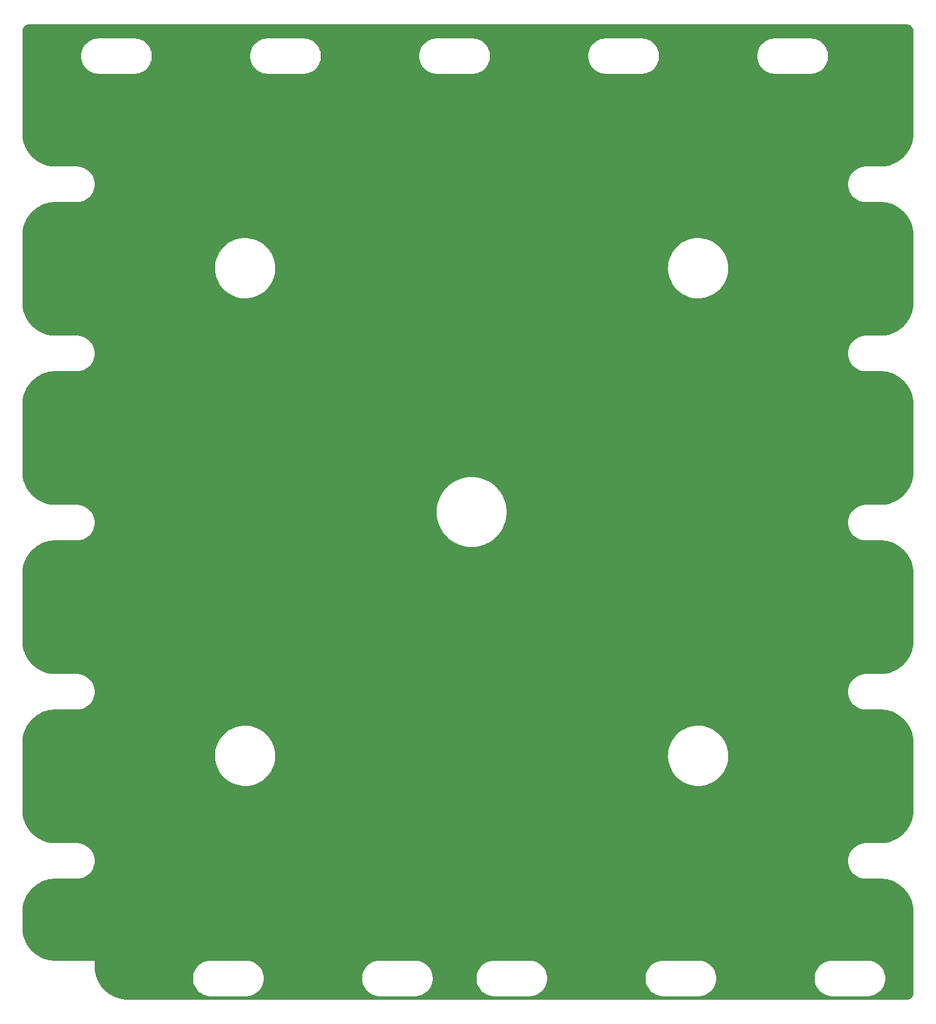
<source format=gbr>
%TF.GenerationSoftware,KiCad,Pcbnew,7.0.9*%
%TF.CreationDate,2024-08-20T19:33:21-06:00*%
%TF.ProjectId,4K layer,344b206c-6179-4657-922e-6b696361645f,rev?*%
%TF.SameCoordinates,Original*%
%TF.FileFunction,Copper,L2,Inr*%
%TF.FilePolarity,Positive*%
%FSLAX46Y46*%
G04 Gerber Fmt 4.6, Leading zero omitted, Abs format (unit mm)*
G04 Created by KiCad (PCBNEW 7.0.9) date 2024-08-20 19:33:21*
%MOMM*%
%LPD*%
G01*
G04 APERTURE LIST*
G04 APERTURE END LIST*
%TA.AperFunction,NonConductor*%
G36*
X132822435Y999264D02*
G01*
X132865141Y995526D01*
X132991516Y983073D01*
X133011450Y979446D01*
X133077941Y961629D01*
X133171346Y933291D01*
X133187752Y927014D01*
X133254933Y895686D01*
X133257958Y894173D01*
X133342167Y849160D01*
X133348506Y845266D01*
X133414358Y799157D01*
X133418132Y796294D01*
X133490736Y736707D01*
X133495245Y732621D01*
X133552311Y675559D01*
X133556402Y671045D01*
X133616209Y598167D01*
X133619068Y594398D01*
X133664862Y529002D01*
X133668759Y522659D01*
X133714300Y437457D01*
X133715810Y434436D01*
X133746611Y368393D01*
X133752892Y351979D01*
X133781964Y256145D01*
X133799113Y192159D01*
X133802740Y172238D01*
X133815830Y39621D01*
X133819003Y3383D01*
X133819240Y-2029D01*
X133819240Y-15353125D01*
X133810251Y-15570421D01*
X133801577Y-15769041D01*
X133801160Y-15774007D01*
X133774268Y-15989751D01*
X133747850Y-16190398D01*
X133747061Y-16195029D01*
X133702559Y-16407273D01*
X133658578Y-16605648D01*
X133657470Y-16609920D01*
X133595633Y-16817630D01*
X133534415Y-17011782D01*
X133533043Y-17015677D01*
X133454269Y-17217557D01*
X133376258Y-17405891D01*
X133374678Y-17409396D01*
X133279482Y-17604120D01*
X133185258Y-17785121D01*
X133183525Y-17788229D01*
X133072530Y-17974505D01*
X132962773Y-18146786D01*
X132960942Y-18149500D01*
X132834895Y-18326041D01*
X132710449Y-18488222D01*
X132708572Y-18490549D01*
X132568290Y-18656182D01*
X132429155Y-18808021D01*
X132274632Y-18962545D01*
X132122791Y-19101681D01*
X131957174Y-19241953D01*
X131954846Y-19243830D01*
X131792652Y-19368287D01*
X131616116Y-19494332D01*
X131613402Y-19496164D01*
X131441105Y-19605930D01*
X131254856Y-19716910D01*
X131251747Y-19718643D01*
X131070732Y-19812876D01*
X130876004Y-19908074D01*
X130872500Y-19909654D01*
X130684169Y-19987665D01*
X130482299Y-20066435D01*
X130478405Y-20067807D01*
X130284231Y-20129032D01*
X130076527Y-20190869D01*
X130072254Y-20191977D01*
X129873909Y-20235951D01*
X129661640Y-20280460D01*
X129657007Y-20281249D01*
X129456378Y-20307664D01*
X129240627Y-20334558D01*
X129235658Y-20334975D01*
X129033914Y-20343779D01*
X128839155Y-20351835D01*
X128820081Y-20352625D01*
X126686284Y-20352625D01*
X126686113Y-20352575D01*
X126480504Y-20352575D01*
X126480491Y-20352576D01*
X126173849Y-20388421D01*
X126173839Y-20388422D01*
X126173837Y-20388423D01*
X126173834Y-20388423D01*
X126173821Y-20388426D01*
X125873419Y-20459625D01*
X125873403Y-20459630D01*
X125583289Y-20565226D01*
X125583281Y-20565229D01*
X125307376Y-20703796D01*
X125049418Y-20873460D01*
X125049417Y-20873461D01*
X124812905Y-21071921D01*
X124812904Y-21071922D01*
X124601034Y-21296493D01*
X124416659Y-21544153D01*
X124262286Y-21811537D01*
X124262283Y-21811542D01*
X124139999Y-22095031D01*
X124051448Y-22390813D01*
X124051445Y-22390823D01*
X123997836Y-22694861D01*
X123997835Y-22694872D01*
X123979883Y-23003096D01*
X123979883Y-23003103D01*
X123997835Y-23311327D01*
X123997836Y-23311338D01*
X124051445Y-23615376D01*
X124051448Y-23615386D01*
X124139999Y-23911168D01*
X124262283Y-24194657D01*
X124262286Y-24194662D01*
X124416659Y-24462046D01*
X124601034Y-24709706D01*
X124812904Y-24934277D01*
X124812906Y-24934279D01*
X125049420Y-25132741D01*
X125307375Y-25302403D01*
X125583282Y-25440971D01*
X125873411Y-25546572D01*
X125873417Y-25546573D01*
X125873419Y-25546574D01*
X125873449Y-25546581D01*
X126173837Y-25617777D01*
X126480498Y-25653624D01*
X126610106Y-25653624D01*
X126610110Y-25653625D01*
X128819740Y-25653625D01*
X129037219Y-25662621D01*
X129235676Y-25671288D01*
X129240602Y-25671702D01*
X129456260Y-25698585D01*
X129616813Y-25719723D01*
X129657037Y-25725020D01*
X129661669Y-25725809D01*
X129873669Y-25770262D01*
X130072143Y-25814264D01*
X130072301Y-25814299D01*
X130076558Y-25815402D01*
X130284023Y-25877168D01*
X130284377Y-25877281D01*
X130478471Y-25938480D01*
X130482343Y-25939844D01*
X130683862Y-26018477D01*
X130872654Y-26096679D01*
X130876129Y-26098248D01*
X130993933Y-26155839D01*
X131070343Y-26193194D01*
X131251916Y-26287716D01*
X131255025Y-26289449D01*
X131440695Y-26400084D01*
X131613649Y-26510270D01*
X131616363Y-26512101D01*
X131792195Y-26637643D01*
X131792615Y-26637965D01*
X131955201Y-26762723D01*
X131957496Y-26764574D01*
X132122311Y-26904165D01*
X132219057Y-26992817D01*
X132275079Y-27044153D01*
X132345139Y-27114212D01*
X132428655Y-27197727D01*
X132568853Y-27350729D01*
X132708076Y-27515107D01*
X132709943Y-27517423D01*
X132762844Y-27586366D01*
X132835584Y-27681164D01*
X132960460Y-27856060D01*
X132962293Y-27858776D01*
X133073361Y-28033120D01*
X133183061Y-28217217D01*
X133184794Y-28220326D01*
X133280452Y-28404082D01*
X133374280Y-28596009D01*
X133375861Y-28599514D01*
X133455382Y-28791499D01*
X133532697Y-28989636D01*
X133534069Y-28993531D01*
X133596907Y-29192832D01*
X133657196Y-29395329D01*
X133658304Y-29399603D01*
X133703984Y-29605656D01*
X133746864Y-29810149D01*
X133747653Y-29814782D01*
X133775858Y-30029022D01*
X133801055Y-30231152D01*
X133801472Y-30236110D01*
X133811354Y-30461702D01*
X133819240Y-30652281D01*
X133819240Y-40753125D01*
X133810251Y-40970421D01*
X133801577Y-41169041D01*
X133801160Y-41174007D01*
X133774268Y-41389751D01*
X133747850Y-41590398D01*
X133747061Y-41595029D01*
X133702559Y-41807273D01*
X133658578Y-42005648D01*
X133657470Y-42009920D01*
X133595633Y-42217630D01*
X133534415Y-42411782D01*
X133533043Y-42415677D01*
X133454269Y-42617557D01*
X133376258Y-42805891D01*
X133374678Y-42809396D01*
X133279482Y-43004120D01*
X133185258Y-43185121D01*
X133183525Y-43188229D01*
X133072530Y-43374505D01*
X132962773Y-43546786D01*
X132960942Y-43549500D01*
X132834895Y-43726041D01*
X132710449Y-43888222D01*
X132708572Y-43890549D01*
X132568290Y-44056182D01*
X132429155Y-44208021D01*
X132274632Y-44362545D01*
X132122791Y-44501681D01*
X131957174Y-44641953D01*
X131954846Y-44643830D01*
X131792652Y-44768287D01*
X131616116Y-44894332D01*
X131613402Y-44896164D01*
X131441105Y-45005930D01*
X131254856Y-45116910D01*
X131251747Y-45118643D01*
X131070732Y-45212876D01*
X130876004Y-45308074D01*
X130872500Y-45309654D01*
X130684169Y-45387665D01*
X130482299Y-45466435D01*
X130478405Y-45467807D01*
X130284231Y-45529032D01*
X130076527Y-45590869D01*
X130072254Y-45591977D01*
X129873909Y-45635951D01*
X129661640Y-45680460D01*
X129657007Y-45681249D01*
X129456378Y-45707664D01*
X129240627Y-45734558D01*
X129235658Y-45734975D01*
X129033914Y-45743779D01*
X128839155Y-45751835D01*
X128820081Y-45752625D01*
X126686284Y-45752625D01*
X126686113Y-45752575D01*
X126480504Y-45752575D01*
X126480491Y-45752576D01*
X126173849Y-45788421D01*
X126173839Y-45788422D01*
X126173837Y-45788423D01*
X126173834Y-45788423D01*
X126173821Y-45788426D01*
X125873419Y-45859625D01*
X125873403Y-45859630D01*
X125583289Y-45965226D01*
X125583281Y-45965229D01*
X125307376Y-46103796D01*
X125049418Y-46273460D01*
X125049417Y-46273461D01*
X124812905Y-46471921D01*
X124812904Y-46471922D01*
X124601034Y-46696493D01*
X124416659Y-46944153D01*
X124262286Y-47211537D01*
X124262283Y-47211542D01*
X124139999Y-47495031D01*
X124051448Y-47790813D01*
X124051445Y-47790823D01*
X123997836Y-48094861D01*
X123997835Y-48094872D01*
X123979883Y-48403096D01*
X123979883Y-48403103D01*
X123997835Y-48711327D01*
X123997836Y-48711338D01*
X124051445Y-49015376D01*
X124051448Y-49015386D01*
X124139999Y-49311168D01*
X124262283Y-49594657D01*
X124262286Y-49594662D01*
X124416659Y-49862046D01*
X124601034Y-50109706D01*
X124812904Y-50334277D01*
X124812906Y-50334279D01*
X125049420Y-50532741D01*
X125307375Y-50702403D01*
X125583282Y-50840971D01*
X125873411Y-50946572D01*
X125873417Y-50946573D01*
X125873419Y-50946574D01*
X125873449Y-50946581D01*
X126173837Y-51017777D01*
X126480498Y-51053624D01*
X126610106Y-51053624D01*
X126610110Y-51053625D01*
X128819740Y-51053625D01*
X129037219Y-51062621D01*
X129235676Y-51071288D01*
X129240602Y-51071702D01*
X129456260Y-51098585D01*
X129616813Y-51119723D01*
X129657037Y-51125020D01*
X129661669Y-51125809D01*
X129873669Y-51170262D01*
X130072143Y-51214264D01*
X130072301Y-51214299D01*
X130076558Y-51215402D01*
X130284023Y-51277168D01*
X130284377Y-51277281D01*
X130478471Y-51338480D01*
X130482343Y-51339844D01*
X130683862Y-51418477D01*
X130872654Y-51496679D01*
X130876129Y-51498248D01*
X130993933Y-51555839D01*
X131070343Y-51593194D01*
X131251916Y-51687716D01*
X131255025Y-51689449D01*
X131440695Y-51800084D01*
X131613649Y-51910270D01*
X131616363Y-51912101D01*
X131792195Y-52037643D01*
X131792615Y-52037965D01*
X131955201Y-52162723D01*
X131957496Y-52164574D01*
X132122311Y-52304165D01*
X132219057Y-52392817D01*
X132275079Y-52444153D01*
X132345139Y-52514212D01*
X132428655Y-52597727D01*
X132568853Y-52750729D01*
X132708076Y-52915107D01*
X132709943Y-52917423D01*
X132762844Y-52986366D01*
X132835584Y-53081164D01*
X132960460Y-53256060D01*
X132962293Y-53258776D01*
X133073361Y-53433120D01*
X133183061Y-53617217D01*
X133184794Y-53620326D01*
X133280452Y-53804082D01*
X133374280Y-53996009D01*
X133375861Y-53999514D01*
X133455382Y-54191499D01*
X133532697Y-54389636D01*
X133534069Y-54393531D01*
X133596907Y-54592832D01*
X133657196Y-54795329D01*
X133658304Y-54799603D01*
X133703984Y-55005656D01*
X133746864Y-55210149D01*
X133747653Y-55214782D01*
X133775858Y-55429022D01*
X133801055Y-55631152D01*
X133801472Y-55636110D01*
X133811354Y-55861702D01*
X133819240Y-56052281D01*
X133819240Y-66153125D01*
X133810251Y-66370421D01*
X133801577Y-66569041D01*
X133801160Y-66574007D01*
X133774268Y-66789751D01*
X133747850Y-66990398D01*
X133747061Y-66995029D01*
X133702559Y-67207273D01*
X133658578Y-67405648D01*
X133657470Y-67409920D01*
X133595633Y-67617630D01*
X133534415Y-67811782D01*
X133533043Y-67815677D01*
X133454269Y-68017557D01*
X133376258Y-68205891D01*
X133374678Y-68209396D01*
X133279482Y-68404120D01*
X133185258Y-68585121D01*
X133183525Y-68588229D01*
X133072530Y-68774505D01*
X132962773Y-68946786D01*
X132960942Y-68949500D01*
X132834895Y-69126041D01*
X132710449Y-69288222D01*
X132708572Y-69290549D01*
X132568290Y-69456182D01*
X132429155Y-69608021D01*
X132274632Y-69762545D01*
X132122791Y-69901681D01*
X131957174Y-70041953D01*
X131954846Y-70043830D01*
X131792652Y-70168287D01*
X131616116Y-70294332D01*
X131613402Y-70296164D01*
X131441105Y-70405930D01*
X131254856Y-70516910D01*
X131251747Y-70518643D01*
X131070732Y-70612876D01*
X130876004Y-70708074D01*
X130872500Y-70709654D01*
X130684169Y-70787665D01*
X130482299Y-70866435D01*
X130478405Y-70867807D01*
X130284231Y-70929032D01*
X130076527Y-70990869D01*
X130072254Y-70991977D01*
X129873909Y-71035951D01*
X129661640Y-71080460D01*
X129657007Y-71081249D01*
X129456378Y-71107664D01*
X129240627Y-71134558D01*
X129235658Y-71134975D01*
X129033914Y-71143779D01*
X128839155Y-71151835D01*
X128820081Y-71152625D01*
X126686284Y-71152625D01*
X126686113Y-71152575D01*
X126480504Y-71152575D01*
X126480491Y-71152576D01*
X126173849Y-71188421D01*
X126173839Y-71188422D01*
X126173837Y-71188423D01*
X126173834Y-71188423D01*
X126173821Y-71188426D01*
X125873419Y-71259625D01*
X125873403Y-71259630D01*
X125583289Y-71365226D01*
X125583281Y-71365229D01*
X125307376Y-71503796D01*
X125049418Y-71673460D01*
X125049417Y-71673461D01*
X124812905Y-71871921D01*
X124812904Y-71871922D01*
X124601034Y-72096493D01*
X124416659Y-72344153D01*
X124262286Y-72611537D01*
X124262283Y-72611542D01*
X124139999Y-72895031D01*
X124051448Y-73190813D01*
X124051445Y-73190823D01*
X123997836Y-73494861D01*
X123997835Y-73494872D01*
X123979883Y-73803096D01*
X123979883Y-73803103D01*
X123997835Y-74111327D01*
X123997836Y-74111338D01*
X124051445Y-74415376D01*
X124051448Y-74415386D01*
X124139999Y-74711168D01*
X124262283Y-74994657D01*
X124262286Y-74994662D01*
X124416659Y-75262046D01*
X124601034Y-75509706D01*
X124807954Y-75729030D01*
X124812906Y-75734279D01*
X125049420Y-75932741D01*
X125307375Y-76102403D01*
X125583282Y-76240971D01*
X125873411Y-76346572D01*
X125873417Y-76346573D01*
X125873419Y-76346574D01*
X125873449Y-76346581D01*
X126173837Y-76417777D01*
X126480498Y-76453624D01*
X126610106Y-76453624D01*
X126610110Y-76453625D01*
X128819740Y-76453625D01*
X129037219Y-76462621D01*
X129235676Y-76471288D01*
X129240602Y-76471702D01*
X129456260Y-76498585D01*
X129616813Y-76519723D01*
X129657037Y-76525020D01*
X129661669Y-76525809D01*
X129873669Y-76570262D01*
X130072143Y-76614264D01*
X130072301Y-76614299D01*
X130076558Y-76615402D01*
X130284023Y-76677168D01*
X130284377Y-76677281D01*
X130478471Y-76738480D01*
X130482343Y-76739844D01*
X130683862Y-76818477D01*
X130872654Y-76896679D01*
X130876129Y-76898248D01*
X130993933Y-76955839D01*
X131070343Y-76993194D01*
X131251916Y-77087716D01*
X131255025Y-77089449D01*
X131440700Y-77200087D01*
X131479874Y-77225044D01*
X131613649Y-77310270D01*
X131616363Y-77312101D01*
X131792195Y-77437643D01*
X131792615Y-77437965D01*
X131955201Y-77562723D01*
X131957496Y-77564574D01*
X132122311Y-77704165D01*
X132219057Y-77792817D01*
X132275079Y-77844153D01*
X132345139Y-77914212D01*
X132428655Y-77997727D01*
X132568853Y-78150729D01*
X132708076Y-78315107D01*
X132709943Y-78317423D01*
X132762844Y-78386366D01*
X132835584Y-78481164D01*
X132960460Y-78656060D01*
X132962293Y-78658776D01*
X133073361Y-78833120D01*
X133183061Y-79017217D01*
X133184794Y-79020326D01*
X133280452Y-79204082D01*
X133374280Y-79396009D01*
X133375861Y-79399514D01*
X133455382Y-79591499D01*
X133532697Y-79789636D01*
X133534069Y-79793531D01*
X133596907Y-79992832D01*
X133657196Y-80195329D01*
X133658304Y-80199603D01*
X133703984Y-80405656D01*
X133746864Y-80610149D01*
X133747653Y-80614782D01*
X133775858Y-80829022D01*
X133801055Y-81031152D01*
X133801472Y-81036110D01*
X133811354Y-81261702D01*
X133819240Y-81452281D01*
X133819240Y-91553125D01*
X133810251Y-91770421D01*
X133801577Y-91969041D01*
X133801160Y-91974007D01*
X133774268Y-92189751D01*
X133747850Y-92390398D01*
X133747061Y-92395029D01*
X133702559Y-92607273D01*
X133658578Y-92805648D01*
X133657470Y-92809920D01*
X133595633Y-93017630D01*
X133534415Y-93211782D01*
X133533043Y-93215677D01*
X133454269Y-93417557D01*
X133376258Y-93605891D01*
X133374678Y-93609396D01*
X133279482Y-93804120D01*
X133185258Y-93985121D01*
X133183525Y-93988229D01*
X133072530Y-94174505D01*
X132962773Y-94346786D01*
X132960942Y-94349500D01*
X132834895Y-94526041D01*
X132710449Y-94688222D01*
X132708572Y-94690549D01*
X132568290Y-94856182D01*
X132429155Y-95008021D01*
X132274632Y-95162545D01*
X132122791Y-95301681D01*
X131957174Y-95441953D01*
X131954846Y-95443830D01*
X131792652Y-95568287D01*
X131616116Y-95694332D01*
X131613402Y-95696164D01*
X131441105Y-95805930D01*
X131254856Y-95916910D01*
X131251747Y-95918643D01*
X131070732Y-96012876D01*
X130876004Y-96108074D01*
X130872500Y-96109654D01*
X130684169Y-96187665D01*
X130482299Y-96266435D01*
X130478405Y-96267807D01*
X130284231Y-96329032D01*
X130076527Y-96390869D01*
X130072254Y-96391977D01*
X129873909Y-96435951D01*
X129661640Y-96480460D01*
X129657007Y-96481249D01*
X129456378Y-96507664D01*
X129240627Y-96534558D01*
X129235658Y-96534975D01*
X129033914Y-96543779D01*
X128839155Y-96551835D01*
X128820081Y-96552625D01*
X126686284Y-96552625D01*
X126686113Y-96552575D01*
X126480504Y-96552575D01*
X126480491Y-96552576D01*
X126173849Y-96588421D01*
X126173839Y-96588422D01*
X126173837Y-96588423D01*
X126173834Y-96588423D01*
X126173821Y-96588426D01*
X125873419Y-96659625D01*
X125873403Y-96659630D01*
X125583289Y-96765226D01*
X125583281Y-96765229D01*
X125307376Y-96903796D01*
X125049418Y-97073460D01*
X125049417Y-97073461D01*
X124812905Y-97271921D01*
X124812904Y-97271922D01*
X124601034Y-97496493D01*
X124416659Y-97744153D01*
X124262286Y-98011537D01*
X124262283Y-98011542D01*
X124139999Y-98295031D01*
X124051448Y-98590813D01*
X124051445Y-98590823D01*
X123997836Y-98894861D01*
X123997835Y-98894872D01*
X123979883Y-99203096D01*
X123979883Y-99203103D01*
X123997835Y-99511327D01*
X123997836Y-99511338D01*
X124051445Y-99815376D01*
X124051448Y-99815386D01*
X124139999Y-100111168D01*
X124262283Y-100394657D01*
X124262286Y-100394662D01*
X124416659Y-100662046D01*
X124601034Y-100909706D01*
X124812904Y-101134277D01*
X124812906Y-101134279D01*
X125049420Y-101332741D01*
X125307375Y-101502403D01*
X125583282Y-101640971D01*
X125873411Y-101746572D01*
X125873417Y-101746573D01*
X125873419Y-101746574D01*
X125873449Y-101746581D01*
X126173837Y-101817777D01*
X126480498Y-101853624D01*
X126610106Y-101853624D01*
X126610110Y-101853625D01*
X128819740Y-101853625D01*
X129037219Y-101862621D01*
X129235676Y-101871288D01*
X129240602Y-101871702D01*
X129456260Y-101898585D01*
X129616813Y-101919723D01*
X129657037Y-101925020D01*
X129661669Y-101925809D01*
X129873669Y-101970262D01*
X130072143Y-102014264D01*
X130072301Y-102014299D01*
X130076558Y-102015402D01*
X130284023Y-102077168D01*
X130284377Y-102077281D01*
X130478471Y-102138480D01*
X130482343Y-102139844D01*
X130683862Y-102218477D01*
X130872654Y-102296679D01*
X130876129Y-102298248D01*
X130993933Y-102355839D01*
X131070343Y-102393194D01*
X131251916Y-102487716D01*
X131255025Y-102489449D01*
X131440695Y-102600084D01*
X131613649Y-102710270D01*
X131616363Y-102712101D01*
X131792195Y-102837643D01*
X131792615Y-102837965D01*
X131955201Y-102962723D01*
X131957496Y-102964574D01*
X132122311Y-103104165D01*
X132219057Y-103192817D01*
X132275079Y-103244153D01*
X132345139Y-103314212D01*
X132428655Y-103397727D01*
X132568853Y-103550729D01*
X132708076Y-103715107D01*
X132709943Y-103717423D01*
X132762844Y-103786366D01*
X132835584Y-103881164D01*
X132960460Y-104056060D01*
X132962293Y-104058776D01*
X133073361Y-104233120D01*
X133183061Y-104417217D01*
X133184794Y-104420326D01*
X133280444Y-104604067D01*
X133285106Y-104613602D01*
X133374280Y-104796009D01*
X133375861Y-104799514D01*
X133455382Y-104991499D01*
X133532697Y-105189636D01*
X133534069Y-105193531D01*
X133596907Y-105392832D01*
X133657196Y-105595329D01*
X133658304Y-105599603D01*
X133703984Y-105805656D01*
X133746864Y-106010149D01*
X133747653Y-106014782D01*
X133775858Y-106229022D01*
X133801055Y-106431152D01*
X133801472Y-106436110D01*
X133811354Y-106661702D01*
X133819240Y-106852281D01*
X133819240Y-116953125D01*
X133810251Y-117170421D01*
X133801577Y-117369041D01*
X133801160Y-117374007D01*
X133774268Y-117589751D01*
X133747850Y-117790398D01*
X133747061Y-117795029D01*
X133702559Y-118007273D01*
X133658578Y-118205648D01*
X133657470Y-118209920D01*
X133595633Y-118417630D01*
X133534415Y-118611782D01*
X133533043Y-118615677D01*
X133454269Y-118817557D01*
X133376258Y-119005891D01*
X133374678Y-119009396D01*
X133279482Y-119204120D01*
X133185258Y-119385121D01*
X133183525Y-119388229D01*
X133072530Y-119574505D01*
X132962773Y-119746786D01*
X132960942Y-119749500D01*
X132834895Y-119926041D01*
X132710449Y-120088222D01*
X132708572Y-120090549D01*
X132568290Y-120256182D01*
X132429155Y-120408021D01*
X132274632Y-120562545D01*
X132122791Y-120701681D01*
X131957174Y-120841953D01*
X131954846Y-120843830D01*
X131792652Y-120968287D01*
X131616116Y-121094332D01*
X131613402Y-121096164D01*
X131441105Y-121205930D01*
X131254856Y-121316910D01*
X131251747Y-121318643D01*
X131070732Y-121412876D01*
X130876004Y-121508074D01*
X130872500Y-121509654D01*
X130684169Y-121587665D01*
X130482299Y-121666435D01*
X130478405Y-121667807D01*
X130284231Y-121729032D01*
X130076527Y-121790869D01*
X130072254Y-121791977D01*
X129873909Y-121835951D01*
X129661640Y-121880460D01*
X129657007Y-121881249D01*
X129456378Y-121907664D01*
X129240627Y-121934558D01*
X129235658Y-121934975D01*
X129033914Y-121943779D01*
X128839155Y-121951835D01*
X128820081Y-121952625D01*
X126686284Y-121952625D01*
X126686113Y-121952575D01*
X126480504Y-121952575D01*
X126480491Y-121952576D01*
X126173849Y-121988421D01*
X126173839Y-121988422D01*
X126173837Y-121988423D01*
X126173834Y-121988423D01*
X126173821Y-121988426D01*
X125873419Y-122059625D01*
X125873403Y-122059630D01*
X125583289Y-122165226D01*
X125583281Y-122165229D01*
X125307376Y-122303796D01*
X125049418Y-122473460D01*
X125049417Y-122473461D01*
X124812905Y-122671921D01*
X124812904Y-122671922D01*
X124601034Y-122896493D01*
X124416659Y-123144153D01*
X124262286Y-123411537D01*
X124262283Y-123411542D01*
X124139999Y-123695031D01*
X124051448Y-123990813D01*
X124051445Y-123990823D01*
X123997836Y-124294861D01*
X123997835Y-124294872D01*
X123979883Y-124603096D01*
X123979883Y-124603103D01*
X123997835Y-124911327D01*
X123997836Y-124911338D01*
X124051445Y-125215376D01*
X124051448Y-125215386D01*
X124139999Y-125511168D01*
X124262283Y-125794657D01*
X124262286Y-125794662D01*
X124416659Y-126062046D01*
X124601034Y-126309706D01*
X124812904Y-126534277D01*
X124812906Y-126534279D01*
X125049420Y-126732741D01*
X125307375Y-126902403D01*
X125583282Y-127040971D01*
X125873411Y-127146572D01*
X125873417Y-127146573D01*
X125873419Y-127146574D01*
X125873449Y-127146581D01*
X126173837Y-127217777D01*
X126480498Y-127253624D01*
X126610106Y-127253624D01*
X126610110Y-127253625D01*
X128819740Y-127253625D01*
X129037219Y-127262621D01*
X129235676Y-127271288D01*
X129240602Y-127271702D01*
X129456260Y-127298585D01*
X129616813Y-127319723D01*
X129657037Y-127325020D01*
X129661669Y-127325809D01*
X129873669Y-127370262D01*
X130072143Y-127414264D01*
X130072301Y-127414299D01*
X130076558Y-127415402D01*
X130284023Y-127477168D01*
X130284377Y-127477281D01*
X130478471Y-127538480D01*
X130482343Y-127539844D01*
X130683862Y-127618477D01*
X130872654Y-127696679D01*
X130876129Y-127698248D01*
X130993933Y-127755839D01*
X131070343Y-127793194D01*
X131251916Y-127887716D01*
X131255025Y-127889449D01*
X131440695Y-128000084D01*
X131613649Y-128110270D01*
X131616363Y-128112101D01*
X131792195Y-128237643D01*
X131792615Y-128237965D01*
X131955201Y-128362723D01*
X131957496Y-128364574D01*
X132122311Y-128504165D01*
X132219057Y-128592817D01*
X132275079Y-128644153D01*
X132345139Y-128714212D01*
X132428655Y-128797727D01*
X132568853Y-128950729D01*
X132708076Y-129115107D01*
X132709943Y-129117423D01*
X132762844Y-129186366D01*
X132835584Y-129281164D01*
X132960460Y-129456060D01*
X132962293Y-129458776D01*
X133073361Y-129633120D01*
X133183061Y-129817217D01*
X133184794Y-129820326D01*
X133280452Y-130004082D01*
X133374280Y-130196009D01*
X133375861Y-130199514D01*
X133455382Y-130391499D01*
X133532697Y-130589636D01*
X133534069Y-130593531D01*
X133596907Y-130792832D01*
X133657196Y-130995329D01*
X133658304Y-130999603D01*
X133703984Y-131205656D01*
X133746864Y-131410149D01*
X133747653Y-131414782D01*
X133775858Y-131629022D01*
X133801055Y-131831152D01*
X133801472Y-131836110D01*
X133811354Y-132061702D01*
X133819240Y-132252281D01*
X133819240Y-144428581D01*
X133819004Y-144433987D01*
X133815263Y-144476744D01*
X133802825Y-144603042D01*
X133799197Y-144622982D01*
X133781317Y-144689713D01*
X133753078Y-144782808D01*
X133746799Y-144799220D01*
X133715265Y-144866841D01*
X133713754Y-144869865D01*
X133669046Y-144953512D01*
X133665149Y-144959855D01*
X133618598Y-145026334D01*
X133615738Y-145030103D01*
X133556817Y-145101903D01*
X133552726Y-145106416D01*
X133494823Y-145164317D01*
X133490314Y-145168403D01*
X133418757Y-145227132D01*
X133414983Y-145229996D01*
X133348073Y-145276844D01*
X133341735Y-145280737D01*
X133259058Y-145324932D01*
X133256029Y-145326446D01*
X133187287Y-145358497D01*
X133170889Y-145364771D01*
X133080229Y-145392277D01*
X133010980Y-145410827D01*
X132991023Y-145414456D01*
X132870400Y-145426310D01*
X132821873Y-145430553D01*
X132816469Y-145430789D01*
X15759900Y-145430789D01*
X15542628Y-145421802D01*
X15343981Y-145413128D01*
X15339015Y-145412711D01*
X15123211Y-145385811D01*
X14984471Y-145367546D01*
X14922627Y-145359404D01*
X14918006Y-145358617D01*
X14705707Y-145314103D01*
X14507378Y-145270134D01*
X14503105Y-145269026D01*
X14295380Y-145207183D01*
X14101250Y-145145974D01*
X14097355Y-145144602D01*
X14089246Y-145141438D01*
X13987927Y-145101903D01*
X13895450Y-145065818D01*
X13766771Y-145012517D01*
X13707135Y-144987816D01*
X13703637Y-144986238D01*
X13508881Y-144891027D01*
X13327916Y-144796822D01*
X13324808Y-144795089D01*
X13155422Y-144694158D01*
X13138465Y-144684054D01*
X12966267Y-144574351D01*
X12963567Y-144572529D01*
X12786926Y-144446409D01*
X12624833Y-144322031D01*
X12622524Y-144320169D01*
X12465844Y-144187468D01*
X12456789Y-144179799D01*
X12439149Y-144163635D01*
X12305050Y-144040756D01*
X12150431Y-143886137D01*
X12011396Y-143734407D01*
X11995170Y-143715249D01*
X11881508Y-143581047D01*
X11871012Y-143568654D01*
X11869135Y-143566326D01*
X11808888Y-143487811D01*
X11744816Y-143404310D01*
X11674423Y-143305718D01*
X11618628Y-143227572D01*
X11616803Y-143224867D01*
X11598408Y-143195993D01*
X11507194Y-143052814D01*
X11397418Y-142868587D01*
X11396065Y-142866315D01*
X11394348Y-142863237D01*
X11300255Y-142682486D01*
X11204908Y-142487451D01*
X11203351Y-142483999D01*
X11125488Y-142296024D01*
X11109985Y-142256293D01*
X25554909Y-142256293D01*
X25572861Y-142564516D01*
X25572862Y-142564524D01*
X25626471Y-142868558D01*
X25626474Y-142868569D01*
X25626475Y-142868573D01*
X25626478Y-142868584D01*
X25715025Y-143164353D01*
X25837306Y-143447833D01*
X25837315Y-143447852D01*
X25991687Y-143715232D01*
X26176055Y-143962881D01*
X26176060Y-143962887D01*
X26281367Y-144074505D01*
X26387935Y-144187460D01*
X26387939Y-144187463D01*
X26387943Y-144187467D01*
X26548309Y-144322031D01*
X26624449Y-144385920D01*
X26882405Y-144555580D01*
X27138227Y-144684058D01*
X27158304Y-144694141D01*
X27158305Y-144694142D01*
X27158308Y-144694143D01*
X27158312Y-144694145D01*
X27448440Y-144799744D01*
X27748866Y-144870946D01*
X28055526Y-144906789D01*
X28209801Y-144906789D01*
X33458536Y-144906789D01*
X33458543Y-144906791D01*
X33509900Y-144906791D01*
X33664267Y-144906791D01*
X33664274Y-144906791D01*
X33970935Y-144870948D01*
X33970944Y-144870945D01*
X33970950Y-144870945D01*
X34151225Y-144828218D01*
X34271361Y-144799745D01*
X34561489Y-144694147D01*
X34561492Y-144694145D01*
X34561496Y-144694144D01*
X34715694Y-144616702D01*
X34837396Y-144555581D01*
X35095352Y-144385921D01*
X35331867Y-144187462D01*
X35543743Y-143962887D01*
X35728114Y-143715232D01*
X35882488Y-143447849D01*
X36004777Y-143164351D01*
X36093327Y-142868574D01*
X36146941Y-142564516D01*
X36164892Y-142256303D01*
X50954919Y-142256303D01*
X50972871Y-142564524D01*
X50972872Y-142564535D01*
X51026480Y-142868563D01*
X51026482Y-142868572D01*
X51026483Y-142868574D01*
X51026484Y-142868581D01*
X51070675Y-143016187D01*
X51115034Y-143164358D01*
X51237318Y-143447844D01*
X51237324Y-143447857D01*
X51391696Y-143715237D01*
X51483439Y-143838468D01*
X51576067Y-143962889D01*
X51787941Y-144187463D01*
X51787946Y-144187467D01*
X51787949Y-144187470D01*
X52024447Y-144385916D01*
X52024449Y-144385917D01*
X52024455Y-144385922D01*
X52282410Y-144555581D01*
X52282416Y-144555584D01*
X52282418Y-144555585D01*
X52558308Y-144694142D01*
X52558309Y-144694143D01*
X52558312Y-144694144D01*
X52558316Y-144694146D01*
X52848443Y-144799744D01*
X52848449Y-144799745D01*
X52848451Y-144799746D01*
X53148851Y-144870943D01*
X53148858Y-144870944D01*
X53148867Y-144870946D01*
X53455527Y-144906789D01*
X53609801Y-144906789D01*
X58858516Y-144906789D01*
X58858591Y-144906811D01*
X58909900Y-144906811D01*
X59064268Y-144906811D01*
X59064275Y-144906811D01*
X59370936Y-144870968D01*
X59370945Y-144870965D01*
X59370951Y-144870965D01*
X59613270Y-144813533D01*
X59671363Y-144799765D01*
X59961493Y-144694167D01*
X59961496Y-144694165D01*
X59961500Y-144694164D01*
X60237393Y-144555604D01*
X60237395Y-144555603D01*
X60237394Y-144555603D01*
X60237401Y-144555600D01*
X60495358Y-144385939D01*
X60731874Y-144187479D01*
X60943750Y-143962903D01*
X61128123Y-143715248D01*
X61282497Y-143447863D01*
X61404787Y-143164365D01*
X61493337Y-142868586D01*
X61493340Y-142868573D01*
X61546949Y-142564538D01*
X61546949Y-142564536D01*
X61546951Y-142564527D01*
X61564903Y-142256300D01*
X61564902Y-142256293D01*
X68145039Y-142256293D01*
X68162991Y-142564516D01*
X68162992Y-142564524D01*
X68216601Y-142868558D01*
X68216604Y-142868569D01*
X68216605Y-142868573D01*
X68216608Y-142868584D01*
X68305155Y-143164353D01*
X68427436Y-143447833D01*
X68427445Y-143447852D01*
X68581817Y-143715232D01*
X68766185Y-143962881D01*
X68766190Y-143962887D01*
X68871497Y-144074505D01*
X68978065Y-144187460D01*
X68978069Y-144187463D01*
X68978073Y-144187467D01*
X69138439Y-144322031D01*
X69214579Y-144385920D01*
X69472535Y-144555580D01*
X69728357Y-144684058D01*
X69748434Y-144694141D01*
X69748435Y-144694142D01*
X69748438Y-144694143D01*
X69748442Y-144694145D01*
X70038570Y-144799744D01*
X70338996Y-144870946D01*
X70645656Y-144906789D01*
X70799931Y-144906789D01*
X76048666Y-144906789D01*
X76048673Y-144906791D01*
X76100030Y-144906791D01*
X76254397Y-144906791D01*
X76254404Y-144906791D01*
X76561065Y-144870948D01*
X76561074Y-144870945D01*
X76561080Y-144870945D01*
X76741355Y-144828218D01*
X76861491Y-144799745D01*
X77151619Y-144694147D01*
X77151622Y-144694145D01*
X77151626Y-144694144D01*
X77305824Y-144616702D01*
X77427526Y-144555581D01*
X77685482Y-144385921D01*
X77921997Y-144187462D01*
X78133873Y-143962887D01*
X78318244Y-143715232D01*
X78472618Y-143447849D01*
X78594907Y-143164351D01*
X78683457Y-142868574D01*
X78737071Y-142564516D01*
X78755022Y-142256303D01*
X78755023Y-142256293D01*
X93545039Y-142256293D01*
X93562991Y-142564516D01*
X93562992Y-142564524D01*
X93616601Y-142868558D01*
X93616604Y-142868569D01*
X93616605Y-142868573D01*
X93616608Y-142868584D01*
X93705155Y-143164353D01*
X93827436Y-143447833D01*
X93827445Y-143447852D01*
X93981817Y-143715232D01*
X94166185Y-143962881D01*
X94166190Y-143962887D01*
X94271497Y-144074505D01*
X94378065Y-144187460D01*
X94378069Y-144187463D01*
X94378073Y-144187467D01*
X94538439Y-144322031D01*
X94614579Y-144385920D01*
X94872535Y-144555580D01*
X95128357Y-144684058D01*
X95148434Y-144694141D01*
X95148435Y-144694142D01*
X95148438Y-144694143D01*
X95148442Y-144694145D01*
X95438570Y-144799744D01*
X95738996Y-144870946D01*
X96045656Y-144906789D01*
X96199931Y-144906789D01*
X101448666Y-144906789D01*
X101448673Y-144906791D01*
X101500030Y-144906791D01*
X101654397Y-144906791D01*
X101654404Y-144906791D01*
X101961065Y-144870948D01*
X101961074Y-144870945D01*
X101961080Y-144870945D01*
X102141355Y-144828218D01*
X102261491Y-144799745D01*
X102551619Y-144694147D01*
X102551622Y-144694145D01*
X102551626Y-144694144D01*
X102705824Y-144616702D01*
X102827526Y-144555581D01*
X103085482Y-144385921D01*
X103321997Y-144187462D01*
X103533873Y-143962887D01*
X103718244Y-143715232D01*
X103872618Y-143447849D01*
X103994907Y-143164351D01*
X104083457Y-142868574D01*
X104137071Y-142564516D01*
X104155022Y-142256303D01*
X118945019Y-142256303D01*
X118962971Y-142564527D01*
X118962972Y-142564538D01*
X119016581Y-142868567D01*
X119016583Y-142868574D01*
X119016585Y-142868585D01*
X119060775Y-143016187D01*
X119105136Y-143164364D01*
X119227424Y-143447858D01*
X119270578Y-143522601D01*
X119381802Y-143715245D01*
X119381804Y-143715248D01*
X119381805Y-143715249D01*
X119566178Y-143962903D01*
X119671466Y-144074500D01*
X119778053Y-144187474D01*
X120014570Y-144385932D01*
X120216619Y-144518820D01*
X120272530Y-144555593D01*
X120394211Y-144616702D01*
X120548436Y-144694155D01*
X120838566Y-144799751D01*
X121138994Y-144870951D01*
X121445655Y-144906791D01*
X121600030Y-144906789D01*
X121600530Y-144906789D01*
X126848646Y-144906789D01*
X126848724Y-144906811D01*
X126900030Y-144906810D01*
X126900030Y-144906811D01*
X127054404Y-144906809D01*
X127054567Y-144906790D01*
X127361043Y-144870966D01*
X127361050Y-144870964D01*
X127361063Y-144870963D01*
X127661487Y-144799758D01*
X127951613Y-144694158D01*
X128227519Y-144555590D01*
X128485472Y-144385929D01*
X128721985Y-144187469D01*
X128933859Y-143962893D01*
X129118229Y-143715239D01*
X129272601Y-143447855D01*
X129394889Y-143164358D01*
X129483438Y-142868581D01*
X129483439Y-142868574D01*
X129483440Y-142868572D01*
X129537049Y-142564536D01*
X129537049Y-142564535D01*
X129537051Y-142564525D01*
X129555003Y-142256300D01*
X129555002Y-142256290D01*
X129546030Y-142102245D01*
X129537051Y-141948075D01*
X129537049Y-141948061D01*
X129483440Y-141644027D01*
X129483436Y-141644012D01*
X129394889Y-141348242D01*
X129333916Y-141206891D01*
X129272601Y-141064745D01*
X129118229Y-140797361D01*
X128933859Y-140549707D01*
X128933857Y-140549705D01*
X128933855Y-140549702D01*
X128721986Y-140325132D01*
X128721985Y-140325131D01*
X128604650Y-140226674D01*
X128485472Y-140126671D01*
X128227519Y-139957010D01*
X128091366Y-139888630D01*
X127951614Y-139818442D01*
X127951610Y-139818441D01*
X127951596Y-139818436D01*
X127922479Y-139807838D01*
X127661503Y-139712847D01*
X127661492Y-139712843D01*
X127661487Y-139712842D01*
X127361063Y-139641637D01*
X127361043Y-139641633D01*
X127054413Y-139605791D01*
X127054396Y-139605790D01*
X126900129Y-139605789D01*
X121599931Y-139605789D01*
X121588514Y-139605789D01*
X121588288Y-139605809D01*
X121445651Y-139605809D01*
X121138993Y-139641649D01*
X120838571Y-139712847D01*
X120838565Y-139712849D01*
X120548435Y-139818445D01*
X120272530Y-139957006D01*
X120014567Y-140126670D01*
X119778051Y-140325127D01*
X119566178Y-140549696D01*
X119381805Y-140797350D01*
X119227424Y-141064741D01*
X119105136Y-141348235D01*
X119060773Y-141496417D01*
X119016586Y-141644014D01*
X119016583Y-141644023D01*
X119016581Y-141644032D01*
X118962972Y-141948061D01*
X118962971Y-141948072D01*
X118945019Y-142256296D01*
X118945019Y-142256303D01*
X104155022Y-142256303D01*
X104155023Y-142256293D01*
X104155023Y-142256286D01*
X104146050Y-142102235D01*
X104137071Y-141948064D01*
X104083457Y-141644006D01*
X103994907Y-141348229D01*
X103872618Y-141064731D01*
X103718244Y-140797348D01*
X103533873Y-140549693D01*
X103533872Y-140549692D01*
X103533871Y-140549690D01*
X103428590Y-140438100D01*
X103321997Y-140325118D01*
X103191199Y-140215366D01*
X103085484Y-140126660D01*
X103085476Y-140126654D01*
X102827530Y-139957000D01*
X102551626Y-139818436D01*
X102551620Y-139818433D01*
X102261503Y-139712839D01*
X102261494Y-139712836D01*
X102261491Y-139712835D01*
X102261488Y-139712834D01*
X102261481Y-139712832D01*
X101961080Y-139641634D01*
X101961065Y-139641632D01*
X101654404Y-139605789D01*
X101500129Y-139605789D01*
X96199931Y-139605789D01*
X96188110Y-139605789D01*
X96188090Y-139605791D01*
X96045656Y-139605791D01*
X95887304Y-139624299D01*
X95738998Y-139641633D01*
X95584593Y-139678228D01*
X95438570Y-139712836D01*
X95438567Y-139712836D01*
X95438563Y-139712838D01*
X95148435Y-139818437D01*
X95148434Y-139818438D01*
X94872538Y-139956998D01*
X94614575Y-140126662D01*
X94378073Y-140325112D01*
X94378063Y-140325122D01*
X94166190Y-140549692D01*
X94166185Y-140549698D01*
X93981817Y-140797347D01*
X93827445Y-141064727D01*
X93827436Y-141064746D01*
X93705155Y-141348226D01*
X93616604Y-141644010D01*
X93616601Y-141644021D01*
X93562992Y-141948055D01*
X93562991Y-141948063D01*
X93545039Y-142256286D01*
X93545039Y-142256293D01*
X78755023Y-142256293D01*
X78755023Y-142256286D01*
X78746050Y-142102235D01*
X78737071Y-141948064D01*
X78683457Y-141644006D01*
X78594907Y-141348229D01*
X78472618Y-141064731D01*
X78318244Y-140797348D01*
X78133873Y-140549693D01*
X78133872Y-140549692D01*
X78133871Y-140549690D01*
X78028590Y-140438100D01*
X77921997Y-140325118D01*
X77791199Y-140215366D01*
X77685484Y-140126660D01*
X77685476Y-140126654D01*
X77427530Y-139957000D01*
X77151626Y-139818436D01*
X77151620Y-139818433D01*
X76861503Y-139712839D01*
X76861494Y-139712836D01*
X76861491Y-139712835D01*
X76861488Y-139712834D01*
X76861481Y-139712832D01*
X76561080Y-139641634D01*
X76561065Y-139641632D01*
X76254404Y-139605789D01*
X76100129Y-139605789D01*
X70799931Y-139605789D01*
X70788110Y-139605789D01*
X70788090Y-139605791D01*
X70645656Y-139605791D01*
X70487304Y-139624299D01*
X70338998Y-139641633D01*
X70184593Y-139678228D01*
X70038570Y-139712836D01*
X70038567Y-139712836D01*
X70038563Y-139712838D01*
X69748435Y-139818437D01*
X69748434Y-139818438D01*
X69472538Y-139956998D01*
X69214575Y-140126662D01*
X68978073Y-140325112D01*
X68978063Y-140325122D01*
X68766190Y-140549692D01*
X68766185Y-140549698D01*
X68581817Y-140797347D01*
X68427445Y-141064727D01*
X68427436Y-141064746D01*
X68305155Y-141348226D01*
X68216604Y-141644010D01*
X68216601Y-141644021D01*
X68162992Y-141948055D01*
X68162991Y-141948063D01*
X68145039Y-142256286D01*
X68145039Y-142256293D01*
X61564902Y-142256293D01*
X61564902Y-142256290D01*
X61555930Y-142102245D01*
X61546951Y-141948073D01*
X61531304Y-141859332D01*
X61493339Y-141644023D01*
X61493337Y-141644015D01*
X61493336Y-141644010D01*
X61404787Y-141348235D01*
X61282497Y-141064737D01*
X61128123Y-140797352D01*
X61128121Y-140797349D01*
X60943753Y-140549700D01*
X60943748Y-140549694D01*
X60831566Y-140430789D01*
X60731874Y-140325121D01*
X60495358Y-140126661D01*
X60495354Y-140126658D01*
X60495350Y-140126655D01*
X60237405Y-139957001D01*
X59961500Y-139818435D01*
X59961494Y-139818433D01*
X59671375Y-139712839D01*
X59671354Y-139712832D01*
X59370951Y-139641634D01*
X59370936Y-139641632D01*
X59064275Y-139605789D01*
X58909999Y-139605789D01*
X53609801Y-139605789D01*
X53597677Y-139605789D01*
X53597455Y-139605811D01*
X53455527Y-139605811D01*
X53187199Y-139637173D01*
X53148866Y-139641654D01*
X53148851Y-139641656D01*
X52848451Y-139712853D01*
X52848436Y-139712858D01*
X52558309Y-139818456D01*
X52558308Y-139818457D01*
X52282412Y-139957017D01*
X52024450Y-140126680D01*
X51787949Y-140325129D01*
X51787941Y-140325137D01*
X51576067Y-140549711D01*
X51576062Y-140549717D01*
X51576056Y-140549725D01*
X51391696Y-140797362D01*
X51237324Y-141064742D01*
X51237318Y-141064755D01*
X51115034Y-141348241D01*
X51070673Y-141496417D01*
X51026486Y-141644015D01*
X51026482Y-141644027D01*
X51026480Y-141644036D01*
X50972872Y-141948064D01*
X50972871Y-141948075D01*
X50954919Y-142256296D01*
X50954919Y-142256303D01*
X36164892Y-142256303D01*
X36164893Y-142256293D01*
X36164893Y-142256286D01*
X36155920Y-142102235D01*
X36146941Y-141948064D01*
X36093327Y-141644006D01*
X36004777Y-141348229D01*
X35882488Y-141064731D01*
X35728114Y-140797348D01*
X35543743Y-140549693D01*
X35543742Y-140549692D01*
X35543741Y-140549690D01*
X35438460Y-140438100D01*
X35331867Y-140325118D01*
X35201069Y-140215366D01*
X35095354Y-140126660D01*
X35095346Y-140126654D01*
X34837400Y-139957000D01*
X34561496Y-139818436D01*
X34561490Y-139818433D01*
X34271373Y-139712839D01*
X34271364Y-139712836D01*
X34271361Y-139712835D01*
X34271358Y-139712834D01*
X34271351Y-139712832D01*
X33970950Y-139641634D01*
X33970935Y-139641632D01*
X33664274Y-139605789D01*
X33509999Y-139605789D01*
X28209801Y-139605789D01*
X28197980Y-139605789D01*
X28197960Y-139605791D01*
X28055526Y-139605791D01*
X27897174Y-139624299D01*
X27748868Y-139641633D01*
X27594463Y-139678228D01*
X27448440Y-139712836D01*
X27448437Y-139712836D01*
X27448433Y-139712838D01*
X27158312Y-139818435D01*
X26882394Y-139957005D01*
X26624454Y-140126655D01*
X26624446Y-140126661D01*
X26387943Y-140325112D01*
X26387933Y-140325122D01*
X26176060Y-140549692D01*
X26176055Y-140549698D01*
X25991687Y-140797347D01*
X25837315Y-141064727D01*
X25837306Y-141064746D01*
X25715025Y-141348226D01*
X25626474Y-141644010D01*
X25626471Y-141644021D01*
X25572862Y-141948055D01*
X25572861Y-141948063D01*
X25554909Y-142256286D01*
X25554909Y-142256293D01*
X11109985Y-142256293D01*
X11046552Y-142093728D01*
X11045191Y-142089862D01*
X11000486Y-141948075D01*
X10984137Y-141896226D01*
X10922134Y-141687958D01*
X10921033Y-141683712D01*
X10912237Y-141644036D01*
X10877233Y-141486145D01*
X10832557Y-141273073D01*
X10831770Y-141268449D01*
X10805546Y-141069262D01*
X10804984Y-141064755D01*
X10778470Y-140852038D01*
X10778054Y-140847083D01*
X10775883Y-140797365D01*
X10769585Y-140653106D01*
X10765309Y-140549711D01*
X10760411Y-140431289D01*
X10760400Y-140431031D01*
X10760400Y-139631048D01*
X10760428Y-139630905D01*
X10760424Y-139630905D01*
X10760441Y-139606287D01*
X10760283Y-139605905D01*
X10759901Y-139605747D01*
X10735284Y-139605765D01*
X10735283Y-139605760D01*
X10735140Y-139605789D01*
X4900000Y-139605789D01*
X4682728Y-139596802D01*
X4484080Y-139588128D01*
X4479114Y-139587711D01*
X4263319Y-139560813D01*
X4062733Y-139534404D01*
X4058101Y-139533615D01*
X3845826Y-139489107D01*
X3647472Y-139445132D01*
X3643200Y-139444024D01*
X3435496Y-139382188D01*
X3241340Y-139320970D01*
X3237445Y-139319598D01*
X3035566Y-139240825D01*
X2847229Y-139162813D01*
X2843744Y-139161242D01*
X2784503Y-139132281D01*
X2649007Y-139066039D01*
X2468000Y-138971814D01*
X2464891Y-138970080D01*
X2278617Y-138859086D01*
X2106335Y-138749329D01*
X2103621Y-138747498D01*
X1927081Y-138621451D01*
X1764900Y-138497005D01*
X1762572Y-138495128D01*
X1596940Y-138354846D01*
X1445106Y-138215716D01*
X1290566Y-138061175D01*
X1151452Y-137909359D01*
X1011159Y-137743715D01*
X1009302Y-137741413D01*
X884841Y-137579212D01*
X838600Y-137514448D01*
X758760Y-137402625D01*
X756967Y-137399967D01*
X647211Y-137227685D01*
X536212Y-137041404D01*
X534486Y-137038310D01*
X505657Y-136982929D01*
X440250Y-136857281D01*
X381756Y-136737632D01*
X345046Y-136662541D01*
X343490Y-136659094D01*
X265454Y-136470697D01*
X186687Y-136268836D01*
X185322Y-136264959D01*
X124090Y-136070757D01*
X113246Y-136034333D01*
X62255Y-135863056D01*
X61159Y-135858829D01*
X17188Y-135660491D01*
X-4925Y-135555022D01*
X-27326Y-135448187D01*
X-28116Y-135443554D01*
X-54513Y-135243045D01*
X-81423Y-135027160D01*
X-81840Y-135022194D01*
X-90494Y-134823994D01*
X-99500Y-134606268D01*
X-99500Y-132253125D01*
X-90514Y-132035875D01*
X-81841Y-131837205D01*
X-81424Y-131832238D01*
X-54535Y-131616522D01*
X-28117Y-131415848D01*
X-27327Y-131411215D01*
X17174Y-131198978D01*
X61160Y-131000569D01*
X62249Y-130996370D01*
X124093Y-130788638D01*
X185333Y-130594412D01*
X186666Y-130590625D01*
X265444Y-130388733D01*
X343500Y-130200289D01*
X345038Y-130196880D01*
X440228Y-130002165D01*
X534507Y-129821056D01*
X536192Y-129818033D01*
X647203Y-129631733D01*
X756988Y-129459407D01*
X758753Y-129456791D01*
X884827Y-129280213D01*
X1009345Y-129117938D01*
X1011115Y-129115742D01*
X1151452Y-128950048D01*
X1290561Y-128798237D01*
X1445116Y-128643682D01*
X1596920Y-128504580D01*
X1762607Y-128364249D01*
X1764860Y-128362433D01*
X1927048Y-128237980D01*
X2103707Y-128111848D01*
X2106275Y-128110116D01*
X2278581Y-128000344D01*
X2464901Y-127889322D01*
X2467971Y-127887609D01*
X2609696Y-127813832D01*
X2648968Y-127793389D01*
X2680793Y-127777830D01*
X2843792Y-127698145D01*
X2847212Y-127696602D01*
X3035459Y-127618628D01*
X3038707Y-127617360D01*
X3237552Y-127539771D01*
X3241341Y-127538436D01*
X3435280Y-127477287D01*
X3643278Y-127415364D01*
X3647508Y-127414267D01*
X3845483Y-127370376D01*
X4058149Y-127325785D01*
X4062743Y-127325001D01*
X4262792Y-127298664D01*
X4479189Y-127271691D01*
X4484101Y-127271279D01*
X4681476Y-127262662D01*
X4900000Y-127253625D01*
X4900500Y-127253625D01*
X8109372Y-127253625D01*
X8109872Y-127253625D01*
X8264246Y-127253625D01*
X8570907Y-127217782D01*
X8570916Y-127217779D01*
X8570922Y-127217779D01*
X8751162Y-127175060D01*
X8871332Y-127146579D01*
X9161461Y-127040981D01*
X9437368Y-126902416D01*
X9695323Y-126732756D01*
X9931838Y-126534296D01*
X10143714Y-126309721D01*
X10328085Y-126062067D01*
X10482460Y-125794683D01*
X10604748Y-125511186D01*
X10693298Y-125215408D01*
X10746912Y-124911351D01*
X10764864Y-124603125D01*
X10764862Y-124603096D01*
X10755890Y-124449045D01*
X10746912Y-124294899D01*
X10720131Y-124143018D01*
X10693301Y-123990856D01*
X10693299Y-123990850D01*
X10693298Y-123990842D01*
X10604748Y-123695064D01*
X10482460Y-123411567D01*
X10328085Y-123144183D01*
X10328063Y-123144153D01*
X10143717Y-122896532D01*
X10143712Y-122896526D01*
X10038393Y-122784895D01*
X9931838Y-122671954D01*
X9931831Y-122671948D01*
X9931829Y-122671946D01*
X9695325Y-122473495D01*
X9695317Y-122473489D01*
X9437371Y-122303835D01*
X9161468Y-122165272D01*
X9161462Y-122165269D01*
X8871344Y-122059675D01*
X8871335Y-122059672D01*
X8871332Y-122059671D01*
X8871329Y-122059670D01*
X8871322Y-122059668D01*
X8570922Y-121988470D01*
X8570907Y-121988468D01*
X8570505Y-121988421D01*
X8264246Y-121952625D01*
X8264239Y-121952625D01*
X4900000Y-121952625D01*
X4682728Y-121943638D01*
X4484081Y-121934964D01*
X4479115Y-121934547D01*
X4263311Y-121907647D01*
X4124571Y-121889382D01*
X4062727Y-121881240D01*
X4058106Y-121880453D01*
X3845807Y-121835939D01*
X3647478Y-121791970D01*
X3643205Y-121790862D01*
X3435480Y-121729019D01*
X3241350Y-121667810D01*
X3237455Y-121666438D01*
X3237447Y-121666435D01*
X3196181Y-121650332D01*
X3035550Y-121587654D01*
X2847243Y-121509654D01*
X2843739Y-121508074D01*
X2648991Y-121412868D01*
X2468007Y-121318653D01*
X2464899Y-121316920D01*
X2278603Y-121205913D01*
X2106345Y-121096172D01*
X2103630Y-121094340D01*
X1927068Y-120968277D01*
X1764902Y-120843843D01*
X1762587Y-120841977D01*
X1596914Y-120701658D01*
X1445127Y-120562571D01*
X1290553Y-120407997D01*
X1151466Y-120256210D01*
X1011132Y-120090517D01*
X1009278Y-120088218D01*
X884871Y-119926088D01*
X812590Y-119824852D01*
X758754Y-119749448D01*
X756936Y-119746755D01*
X647248Y-119574579D01*
X640189Y-119562734D01*
X536169Y-119388164D01*
X534472Y-119385121D01*
X440305Y-119204229D01*
X345026Y-119009333D01*
X343461Y-119005860D01*
X265515Y-118817683D01*
X265466Y-118817557D01*
X186658Y-118615589D01*
X185310Y-118611762D01*
X124177Y-118417876D01*
X62248Y-118209858D01*
X61144Y-118205600D01*
X17259Y-118007649D01*
X-27334Y-117794967D01*
X-28124Y-117790335D01*
X-54447Y-117590386D01*
X-81425Y-117373959D01*
X-81842Y-117368992D01*
X-90428Y-117172338D01*
X-97493Y-117001516D01*
X-99495Y-116953125D01*
X-99500Y-116953009D01*
X-99500Y-108929541D01*
X28856705Y-108929541D01*
X28886512Y-109352623D01*
X28955809Y-109771080D01*
X29063980Y-110181184D01*
X29063982Y-110181191D01*
X29210085Y-110579373D01*
X29210087Y-110579378D01*
X29373778Y-110922218D01*
X29392835Y-110962131D01*
X29392838Y-110962137D01*
X29610621Y-111326092D01*
X29610625Y-111326098D01*
X29861535Y-111668061D01*
X30143367Y-111985030D01*
X30453642Y-112274215D01*
X30453651Y-112274223D01*
X30789623Y-112533068D01*
X30789630Y-112533073D01*
X30789633Y-112533075D01*
X31148388Y-112759335D01*
X31526754Y-112951006D01*
X31909469Y-113101703D01*
X31921411Y-113106406D01*
X32053579Y-113144602D01*
X32328876Y-113224164D01*
X32328880Y-113224164D01*
X32328880Y-113224165D01*
X32745576Y-113303249D01*
X32745577Y-113303249D01*
X32745582Y-113303250D01*
X33167863Y-113342967D01*
X33167865Y-113342967D01*
X33485916Y-113342967D01*
X33512672Y-113341711D01*
X33803613Y-113328059D01*
X34080800Y-113288808D01*
X34223556Y-113268594D01*
X34223559Y-113268593D01*
X34223568Y-113268592D01*
X34636110Y-113170061D01*
X34823038Y-113106404D01*
X35037601Y-113033336D01*
X35037604Y-113033334D01*
X35037612Y-113033332D01*
X35424546Y-112859607D01*
X35793512Y-112650411D01*
X36141267Y-112407585D01*
X36464756Y-112133261D01*
X36761135Y-111829850D01*
X37027800Y-111500020D01*
X37262408Y-111146667D01*
X37462896Y-110772898D01*
X37627503Y-110381998D01*
X37754783Y-109977401D01*
X37843616Y-109562663D01*
X37893222Y-109141430D01*
X37898191Y-108929541D01*
X96916575Y-108929541D01*
X96946382Y-109352623D01*
X97015679Y-109771080D01*
X97123850Y-110181184D01*
X97123852Y-110181191D01*
X97269955Y-110579373D01*
X97269957Y-110579378D01*
X97433648Y-110922218D01*
X97452705Y-110962131D01*
X97452708Y-110962137D01*
X97670491Y-111326092D01*
X97670495Y-111326098D01*
X97921405Y-111668061D01*
X98203237Y-111985030D01*
X98513512Y-112274215D01*
X98513521Y-112274223D01*
X98849493Y-112533068D01*
X98849500Y-112533073D01*
X98849503Y-112533075D01*
X99208258Y-112759335D01*
X99586624Y-112951006D01*
X99969339Y-113101703D01*
X99981281Y-113106406D01*
X100113449Y-113144602D01*
X100388746Y-113224164D01*
X100388750Y-113224164D01*
X100388750Y-113224165D01*
X100805446Y-113303249D01*
X100805447Y-113303249D01*
X100805452Y-113303250D01*
X101227733Y-113342967D01*
X101227735Y-113342967D01*
X101545786Y-113342967D01*
X101572542Y-113341711D01*
X101863483Y-113328059D01*
X102140670Y-113288808D01*
X102283426Y-113268594D01*
X102283429Y-113268593D01*
X102283438Y-113268592D01*
X102695980Y-113170061D01*
X102882908Y-113106404D01*
X103097471Y-113033336D01*
X103097474Y-113033334D01*
X103097482Y-113033332D01*
X103484416Y-112859607D01*
X103853382Y-112650411D01*
X104201137Y-112407585D01*
X104524626Y-112133261D01*
X104821005Y-111829850D01*
X105087670Y-111500020D01*
X105322278Y-111146667D01*
X105522766Y-110772898D01*
X105687373Y-110381998D01*
X105814653Y-109977401D01*
X105903486Y-109562663D01*
X105953092Y-109141430D01*
X105963035Y-108717402D01*
X105933227Y-108294306D01*
X105863932Y-107875860D01*
X105755757Y-107465742D01*
X105609653Y-107067556D01*
X105426904Y-106684801D01*
X105316483Y-106500267D01*
X105209118Y-106320841D01*
X105209114Y-106320835D01*
X104985335Y-106015848D01*
X104958205Y-105978873D01*
X104676373Y-105661904D01*
X104366098Y-105372719D01*
X104366096Y-105372717D01*
X104366088Y-105372710D01*
X104030116Y-105113865D01*
X104030109Y-105113860D01*
X103671347Y-104887596D01*
X103473407Y-104787325D01*
X103292986Y-104695928D01*
X103142287Y-104636588D01*
X102898328Y-104540527D01*
X102596837Y-104453396D01*
X102490864Y-104422770D01*
X102490859Y-104422769D01*
X102490859Y-104422768D01*
X102074163Y-104343684D01*
X101772528Y-104315314D01*
X101651877Y-104303967D01*
X101333827Y-104303967D01*
X101333824Y-104303967D01*
X101262218Y-104307327D01*
X101016127Y-104318875D01*
X101016121Y-104318875D01*
X101016116Y-104318876D01*
X100596183Y-104378339D01*
X100183620Y-104476875D01*
X100183612Y-104476878D01*
X99782138Y-104613597D01*
X99782121Y-104613604D01*
X99395196Y-104787325D01*
X99395192Y-104787327D01*
X99026228Y-104996522D01*
X99026220Y-104996527D01*
X98678476Y-105239345D01*
X98354979Y-105513677D01*
X98058603Y-105817085D01*
X98058599Y-105817089D01*
X97791950Y-106146901D01*
X97791933Y-106146923D01*
X97557332Y-106500265D01*
X97356840Y-106874042D01*
X97356840Y-106874043D01*
X97192236Y-107264937D01*
X97192234Y-107264943D01*
X97064957Y-107669529D01*
X96976123Y-108084273D01*
X96926517Y-108505504D01*
X96926517Y-108505506D01*
X96916575Y-108929532D01*
X96916575Y-108929541D01*
X37898191Y-108929541D01*
X37903165Y-108717402D01*
X37873357Y-108294306D01*
X37804062Y-107875860D01*
X37695887Y-107465742D01*
X37549783Y-107067556D01*
X37367034Y-106684801D01*
X37256613Y-106500267D01*
X37149248Y-106320841D01*
X37149244Y-106320835D01*
X36925465Y-106015848D01*
X36898335Y-105978873D01*
X36616503Y-105661904D01*
X36306228Y-105372719D01*
X36306226Y-105372717D01*
X36306218Y-105372710D01*
X35970246Y-105113865D01*
X35970239Y-105113860D01*
X35611477Y-104887596D01*
X35413537Y-104787325D01*
X35233116Y-104695928D01*
X35082417Y-104636588D01*
X34838458Y-104540527D01*
X34536967Y-104453396D01*
X34430994Y-104422770D01*
X34430989Y-104422769D01*
X34430989Y-104422768D01*
X34014293Y-104343684D01*
X33712658Y-104315314D01*
X33592007Y-104303967D01*
X33273957Y-104303967D01*
X33273954Y-104303967D01*
X33202348Y-104307327D01*
X32956257Y-104318875D01*
X32956251Y-104318875D01*
X32956246Y-104318876D01*
X32536313Y-104378339D01*
X32123750Y-104476875D01*
X32123742Y-104476878D01*
X31722268Y-104613597D01*
X31722251Y-104613604D01*
X31335326Y-104787325D01*
X31335322Y-104787327D01*
X30966358Y-104996522D01*
X30966350Y-104996527D01*
X30618606Y-105239345D01*
X30295109Y-105513677D01*
X29998733Y-105817085D01*
X29998729Y-105817089D01*
X29732080Y-106146901D01*
X29732063Y-106146923D01*
X29497462Y-106500265D01*
X29296970Y-106874042D01*
X29296970Y-106874043D01*
X29132366Y-107264937D01*
X29132364Y-107264943D01*
X29005087Y-107669529D01*
X28916253Y-108084273D01*
X28866647Y-108505504D01*
X28866647Y-108505506D01*
X28856705Y-108929532D01*
X28856705Y-108929541D01*
X-99500Y-108929541D01*
X-99500Y-106853125D01*
X-90514Y-106635875D01*
X-81841Y-106437205D01*
X-81424Y-106432238D01*
X-54535Y-106216522D01*
X-28117Y-106015848D01*
X-27327Y-106011215D01*
X13377Y-105817089D01*
X17180Y-105798949D01*
X61160Y-105600569D01*
X62249Y-105596370D01*
X124093Y-105388638D01*
X185333Y-105194412D01*
X186666Y-105190625D01*
X265444Y-104988733D01*
X343500Y-104800289D01*
X345038Y-104796880D01*
X440228Y-104602165D01*
X534507Y-104421056D01*
X536192Y-104418033D01*
X647203Y-104231733D01*
X756988Y-104059407D01*
X758753Y-104056791D01*
X884827Y-103880213D01*
X1009345Y-103717938D01*
X1011115Y-103715742D01*
X1151452Y-103550048D01*
X1290561Y-103398237D01*
X1445116Y-103243682D01*
X1596920Y-103104580D01*
X1762607Y-102964249D01*
X1764860Y-102962433D01*
X1927048Y-102837980D01*
X2103707Y-102711848D01*
X2106275Y-102710116D01*
X2278581Y-102600344D01*
X2464901Y-102489322D01*
X2467971Y-102487609D01*
X2609696Y-102413832D01*
X2648968Y-102393389D01*
X2680793Y-102377830D01*
X2843792Y-102298145D01*
X2847212Y-102296602D01*
X3035459Y-102218628D01*
X3038707Y-102217360D01*
X3237552Y-102139771D01*
X3241341Y-102138436D01*
X3435280Y-102077287D01*
X3643278Y-102015364D01*
X3647508Y-102014267D01*
X3845483Y-101970376D01*
X4058149Y-101925785D01*
X4062743Y-101925001D01*
X4262792Y-101898664D01*
X4479189Y-101871691D01*
X4484101Y-101871279D01*
X4681476Y-101862662D01*
X4900000Y-101853625D01*
X4900500Y-101853625D01*
X8109372Y-101853625D01*
X8109872Y-101853625D01*
X8264246Y-101853625D01*
X8570907Y-101817782D01*
X8570916Y-101817779D01*
X8570922Y-101817779D01*
X8751162Y-101775060D01*
X8871332Y-101746579D01*
X9161461Y-101640981D01*
X9437368Y-101502416D01*
X9695323Y-101332756D01*
X9931838Y-101134296D01*
X10143714Y-100909721D01*
X10328085Y-100662067D01*
X10482460Y-100394683D01*
X10604748Y-100111186D01*
X10693298Y-99815408D01*
X10746912Y-99511351D01*
X10764864Y-99203125D01*
X10764862Y-99203096D01*
X10755890Y-99049045D01*
X10746912Y-98894899D01*
X10720131Y-98743018D01*
X10693301Y-98590856D01*
X10693299Y-98590850D01*
X10693298Y-98590842D01*
X10604748Y-98295064D01*
X10482460Y-98011567D01*
X10328085Y-97744183D01*
X10328063Y-97744153D01*
X10143717Y-97496532D01*
X10143712Y-97496526D01*
X10038393Y-97384895D01*
X9931838Y-97271954D01*
X9931831Y-97271948D01*
X9931829Y-97271946D01*
X9695325Y-97073495D01*
X9695317Y-97073489D01*
X9437371Y-96903835D01*
X9161468Y-96765272D01*
X9161462Y-96765269D01*
X8871344Y-96659675D01*
X8871335Y-96659672D01*
X8871332Y-96659671D01*
X8871329Y-96659670D01*
X8871322Y-96659668D01*
X8570922Y-96588470D01*
X8570907Y-96588468D01*
X8570505Y-96588421D01*
X8264246Y-96552625D01*
X8264239Y-96552625D01*
X4900000Y-96552625D01*
X4682728Y-96543638D01*
X4484081Y-96534964D01*
X4479115Y-96534547D01*
X4263311Y-96507647D01*
X4124571Y-96489382D01*
X4062727Y-96481240D01*
X4058106Y-96480453D01*
X3845807Y-96435939D01*
X3647478Y-96391970D01*
X3643205Y-96390862D01*
X3435480Y-96329019D01*
X3241350Y-96267810D01*
X3237455Y-96266438D01*
X3237447Y-96266435D01*
X3196181Y-96250332D01*
X3035550Y-96187654D01*
X2847243Y-96109654D01*
X2843739Y-96108074D01*
X2648991Y-96012868D01*
X2468007Y-95918653D01*
X2464899Y-95916920D01*
X2278603Y-95805913D01*
X2106345Y-95696172D01*
X2103630Y-95694340D01*
X1927068Y-95568277D01*
X1764902Y-95443843D01*
X1762587Y-95441977D01*
X1596914Y-95301658D01*
X1445127Y-95162571D01*
X1290553Y-95007997D01*
X1151466Y-94856210D01*
X1011132Y-94690517D01*
X1009278Y-94688218D01*
X884871Y-94526088D01*
X812590Y-94424852D01*
X758754Y-94349448D01*
X756936Y-94346755D01*
X647248Y-94174579D01*
X640189Y-94162734D01*
X536169Y-93988164D01*
X534472Y-93985121D01*
X440305Y-93804229D01*
X345026Y-93609333D01*
X343461Y-93605860D01*
X265515Y-93417683D01*
X265466Y-93417557D01*
X186658Y-93215589D01*
X185310Y-93211762D01*
X124177Y-93017876D01*
X62248Y-92809858D01*
X61144Y-92805600D01*
X17259Y-92607649D01*
X-27334Y-92394967D01*
X-28124Y-92390335D01*
X-54447Y-92190386D01*
X-81425Y-91973959D01*
X-81842Y-91968992D01*
X-90428Y-91772338D01*
X-97493Y-91601516D01*
X-99495Y-91553125D01*
X-99500Y-91553009D01*
X-99500Y-81453125D01*
X-90514Y-81235875D01*
X-81841Y-81037205D01*
X-81424Y-81032238D01*
X-54535Y-80816522D01*
X-28117Y-80615848D01*
X-27327Y-80611215D01*
X17174Y-80398978D01*
X61160Y-80200569D01*
X62249Y-80196370D01*
X124093Y-79988638D01*
X185333Y-79794412D01*
X186666Y-79790625D01*
X265444Y-79588733D01*
X343500Y-79400289D01*
X345038Y-79396880D01*
X440228Y-79202165D01*
X534507Y-79021056D01*
X536192Y-79018033D01*
X647203Y-78831733D01*
X756988Y-78659407D01*
X758753Y-78656791D01*
X884827Y-78480213D01*
X1009345Y-78317938D01*
X1011115Y-78315742D01*
X1151452Y-78150048D01*
X1290561Y-77998237D01*
X1445116Y-77843682D01*
X1596920Y-77704580D01*
X1762607Y-77564249D01*
X1764860Y-77562433D01*
X1927048Y-77437980D01*
X2103707Y-77311848D01*
X2106275Y-77310116D01*
X2278581Y-77200344D01*
X2464901Y-77089322D01*
X2467971Y-77087609D01*
X2609696Y-77013832D01*
X2648968Y-76993389D01*
X2690044Y-76973308D01*
X2843792Y-76898145D01*
X2847212Y-76896602D01*
X3035459Y-76818628D01*
X3038707Y-76817360D01*
X3237552Y-76739771D01*
X3241341Y-76738436D01*
X3435280Y-76677287D01*
X3643278Y-76615364D01*
X3647508Y-76614267D01*
X3845483Y-76570376D01*
X4058149Y-76525785D01*
X4062743Y-76525001D01*
X4262792Y-76498664D01*
X4479189Y-76471691D01*
X4484101Y-76471279D01*
X4681476Y-76462662D01*
X4900000Y-76453625D01*
X4900500Y-76453625D01*
X8109372Y-76453625D01*
X8109872Y-76453625D01*
X8264246Y-76453625D01*
X8570907Y-76417782D01*
X8570916Y-76417779D01*
X8570922Y-76417779D01*
X8751162Y-76375060D01*
X8871332Y-76346579D01*
X9161461Y-76240981D01*
X9437368Y-76102416D01*
X9695323Y-75932756D01*
X9931838Y-75734296D01*
X10143714Y-75509721D01*
X10328085Y-75262067D01*
X10482460Y-74994683D01*
X10604748Y-74711186D01*
X10693298Y-74415408D01*
X10746912Y-74111351D01*
X10764864Y-73803125D01*
X10764862Y-73803096D01*
X10751628Y-73575875D01*
X10746912Y-73494899D01*
X10713834Y-73307308D01*
X10693301Y-73190856D01*
X10693299Y-73190850D01*
X10693298Y-73190842D01*
X10604748Y-72895064D01*
X10482460Y-72611567D01*
X10328085Y-72344183D01*
X10328063Y-72344153D01*
X10232393Y-72215645D01*
X62154368Y-72215645D01*
X62162368Y-72398872D01*
X62162368Y-72444756D01*
X62166366Y-72490463D01*
X62174367Y-72673692D01*
X62184898Y-72753683D01*
X62198306Y-72855529D01*
X62202305Y-72901236D01*
X62210271Y-72946415D01*
X62234210Y-73128249D01*
X62273906Y-73307308D01*
X62281874Y-73352495D01*
X62281874Y-73352494D01*
X62293749Y-73396813D01*
X62333446Y-73575875D01*
X62388596Y-73750787D01*
X62400471Y-73795103D01*
X62416162Y-73838214D01*
X62430951Y-73885119D01*
X62471313Y-74013131D01*
X62471317Y-74013141D01*
X62541500Y-74182578D01*
X62549744Y-74205227D01*
X62557192Y-74225690D01*
X62557195Y-74225697D01*
X62557194Y-74225696D01*
X62576580Y-74267269D01*
X62646769Y-74436718D01*
X62731455Y-74599400D01*
X62750844Y-74640978D01*
X62750845Y-74640980D01*
X62773782Y-74680708D01*
X62858472Y-74843396D01*
X62954854Y-74994686D01*
X62957016Y-74998079D01*
X62979956Y-75037812D01*
X62979959Y-75037817D01*
X63006269Y-75075391D01*
X63104815Y-75230077D01*
X63216469Y-75375587D01*
X63242785Y-75413171D01*
X63242786Y-75413171D01*
X63272266Y-75448304D01*
X63380961Y-75589959D01*
X63383922Y-75593817D01*
X63409126Y-75621322D01*
X63507834Y-75729043D01*
X63537321Y-75764184D01*
X63569757Y-75796620D01*
X63693669Y-75931846D01*
X63828894Y-76055757D01*
X63861332Y-76088195D01*
X63878278Y-76102414D01*
X63896469Y-76117679D01*
X64031698Y-76241593D01*
X64031701Y-76241595D01*
X64031704Y-76241598D01*
X64177210Y-76353248D01*
X64212351Y-76382735D01*
X64212350Y-76382734D01*
X64249924Y-76409043D01*
X64395438Y-76520700D01*
X64544098Y-76615407D01*
X64550123Y-76619245D01*
X64587702Y-76645558D01*
X64587702Y-76645559D01*
X64627432Y-76668497D01*
X64679078Y-76701399D01*
X64782119Y-76767043D01*
X64944816Y-76851737D01*
X64984535Y-76874670D01*
X65026110Y-76894057D01*
X65188799Y-76978747D01*
X65358252Y-77048936D01*
X65399825Y-77068323D01*
X65442937Y-77084015D01*
X65505728Y-77110023D01*
X65612382Y-77154201D01*
X65787306Y-77209354D01*
X65813759Y-77218983D01*
X65830416Y-77225046D01*
X65866998Y-77234847D01*
X65874721Y-77236916D01*
X65932181Y-77255033D01*
X66049640Y-77292069D01*
X66091923Y-77301442D01*
X66228713Y-77331768D01*
X66254287Y-77338621D01*
X66273016Y-77343640D01*
X66273019Y-77343640D01*
X66273021Y-77343641D01*
X66318198Y-77351606D01*
X66446300Y-77380006D01*
X66497266Y-77391305D01*
X66588612Y-77403330D01*
X66679103Y-77415243D01*
X66724281Y-77423210D01*
X66769968Y-77427206D01*
X66951823Y-77451148D01*
X67135050Y-77459147D01*
X67173620Y-77462522D01*
X67180757Y-77463147D01*
X67226642Y-77463147D01*
X67409870Y-77471147D01*
X67593098Y-77463147D01*
X67638983Y-77463147D01*
X67645602Y-77462567D01*
X67684666Y-77459148D01*
X67867917Y-77451148D01*
X68049757Y-77427208D01*
X68095459Y-77423210D01*
X68140618Y-77415246D01*
X68322474Y-77391304D01*
X68322474Y-77391305D01*
X68349141Y-77385393D01*
X68501539Y-77351606D01*
X68546719Y-77343641D01*
X68591022Y-77331769D01*
X68770089Y-77292071D01*
X68770090Y-77292071D01*
X68770091Y-77292070D01*
X68770094Y-77292070D01*
X68945023Y-77236914D01*
X68952741Y-77234847D01*
X68989324Y-77225046D01*
X69005980Y-77218983D01*
X69032425Y-77209356D01*
X69207358Y-77154201D01*
X69376805Y-77084013D01*
X69419910Y-77068325D01*
X69419911Y-77068324D01*
X69419915Y-77068323D01*
X69461471Y-77048943D01*
X69630941Y-76978747D01*
X69793648Y-76894046D01*
X69815893Y-76883675D01*
X69835204Y-76874671D01*
X69835203Y-76874671D01*
X69835205Y-76874670D01*
X69874920Y-76851739D01*
X70037621Y-76767043D01*
X70192325Y-76668485D01*
X70221151Y-76651843D01*
X70232036Y-76645560D01*
X70241418Y-76638989D01*
X70269599Y-76619256D01*
X70424302Y-76520700D01*
X70569821Y-76409038D01*
X70607390Y-76382734D01*
X70642518Y-76353257D01*
X70788042Y-76241593D01*
X70923279Y-76117670D01*
X70941960Y-76101995D01*
X70958409Y-76088195D01*
X70974627Y-76071976D01*
X70990833Y-76055768D01*
X71126071Y-75931846D01*
X71249993Y-75796608D01*
X71266201Y-75780402D01*
X71282420Y-75764184D01*
X71307492Y-75734303D01*
X71311895Y-75729054D01*
X71435818Y-75593817D01*
X71547482Y-75448293D01*
X71576959Y-75413165D01*
X71603271Y-75375587D01*
X71714925Y-75230077D01*
X71813481Y-75075374D01*
X71833214Y-75047193D01*
X71839785Y-75037811D01*
X71846068Y-75026926D01*
X71862710Y-74998100D01*
X71961268Y-74843396D01*
X72045964Y-74680695D01*
X72068895Y-74640980D01*
X72068896Y-74640978D01*
X72068896Y-74640979D01*
X72077900Y-74621668D01*
X72088271Y-74599423D01*
X72172972Y-74436716D01*
X72243168Y-74267246D01*
X72262548Y-74225690D01*
X72278237Y-74182582D01*
X72348426Y-74013133D01*
X72403581Y-73838200D01*
X72416348Y-73803128D01*
X72419271Y-73795099D01*
X72431143Y-73750788D01*
X72463215Y-73649070D01*
X72486295Y-73575869D01*
X72525994Y-73396797D01*
X72537866Y-73352494D01*
X72545833Y-73307308D01*
X72585529Y-73128253D01*
X72609469Y-72946406D01*
X72617434Y-72901239D01*
X72617435Y-72901234D01*
X72621434Y-72855529D01*
X72645373Y-72673692D01*
X72653373Y-72490462D01*
X72657372Y-72444756D01*
X72658038Y-72383602D01*
X72665372Y-72215645D01*
X72658038Y-72047687D01*
X72657372Y-71986534D01*
X72653373Y-71940825D01*
X72645373Y-71757598D01*
X72621431Y-71575743D01*
X72617435Y-71530056D01*
X72609467Y-71484868D01*
X72585530Y-71303041D01*
X72556366Y-71171493D01*
X72545831Y-71123975D01*
X72538298Y-71081249D01*
X72537866Y-71078796D01*
X72525993Y-71034488D01*
X72495667Y-70897698D01*
X72486294Y-70855415D01*
X72431143Y-70680502D01*
X72419271Y-70636191D01*
X72410784Y-70612876D01*
X72403579Y-70593081D01*
X72348426Y-70418157D01*
X72278240Y-70248712D01*
X72262548Y-70205600D01*
X72243158Y-70164019D01*
X72172972Y-69994574D01*
X72088282Y-69831885D01*
X72068898Y-69790317D01*
X72068898Y-69790316D01*
X72068895Y-69790310D01*
X72045962Y-69750591D01*
X71961268Y-69587894D01*
X71895624Y-69484853D01*
X71862722Y-69433207D01*
X71839784Y-69393477D01*
X71839783Y-69393477D01*
X71821286Y-69367061D01*
X71813474Y-69355904D01*
X71714925Y-69201213D01*
X71603268Y-69055699D01*
X71576959Y-69018125D01*
X71576960Y-69018126D01*
X71547473Y-68982985D01*
X71435823Y-68837479D01*
X71311905Y-68702246D01*
X71282419Y-68667106D01*
X71249982Y-68634669D01*
X71126071Y-68499444D01*
X70990845Y-68375532D01*
X70958409Y-68343096D01*
X70923268Y-68313609D01*
X70788042Y-68189697D01*
X70788038Y-68189694D01*
X70788036Y-68189692D01*
X70642529Y-68078041D01*
X70607396Y-68048561D01*
X70607396Y-68048560D01*
X70594792Y-68039734D01*
X70569806Y-68022239D01*
X70563868Y-68017683D01*
X70424302Y-67910590D01*
X70269616Y-67812044D01*
X70232042Y-67785734D01*
X70192307Y-67762793D01*
X70037616Y-67664244D01*
X70037617Y-67664245D01*
X69874935Y-67579558D01*
X69835205Y-67556620D01*
X69835203Y-67556619D01*
X69793625Y-67537230D01*
X69630943Y-67452544D01*
X69630938Y-67452542D01*
X69596956Y-67438466D01*
X69461494Y-67382355D01*
X69419921Y-67362969D01*
X69419922Y-67362970D01*
X69419917Y-67362968D01*
X69419915Y-67362967D01*
X69399452Y-67355519D01*
X69376803Y-67347275D01*
X69207366Y-67277092D01*
X69207362Y-67277090D01*
X69207358Y-67277089D01*
X69079344Y-67236726D01*
X69032439Y-67221937D01*
X68989328Y-67206246D01*
X68945012Y-67194371D01*
X68770100Y-67139221D01*
X68591038Y-67099524D01*
X68546719Y-67087649D01*
X68546720Y-67087649D01*
X68501533Y-67079681D01*
X68322474Y-67039985D01*
X68140640Y-67016046D01*
X68095461Y-67008080D01*
X68049754Y-67004081D01*
X67980524Y-66994967D01*
X67867917Y-66980142D01*
X67684688Y-66972141D01*
X67638981Y-66968143D01*
X67593098Y-66968143D01*
X67409870Y-66960143D01*
X67226642Y-66968143D01*
X67180759Y-66968143D01*
X67135050Y-66972142D01*
X67099545Y-66973692D01*
X66951823Y-66980142D01*
X66847409Y-66993888D01*
X66769985Y-67004081D01*
X66724281Y-67008080D01*
X66679099Y-67016046D01*
X66497266Y-67039985D01*
X66497262Y-67039986D01*
X66398948Y-67061781D01*
X66318206Y-67079681D01*
X66273021Y-67087649D01*
X66228701Y-67099524D01*
X66049640Y-67139221D01*
X65874727Y-67194371D01*
X65841490Y-67203277D01*
X65830412Y-67206246D01*
X65787300Y-67221937D01*
X65698690Y-67249875D01*
X65612382Y-67277089D01*
X65612377Y-67277090D01*
X65612374Y-67277092D01*
X65442936Y-67347275D01*
X65410144Y-67359211D01*
X65399825Y-67362967D01*
X65399823Y-67362968D01*
X65358244Y-67382356D01*
X65188801Y-67452542D01*
X65026113Y-67537231D01*
X64984533Y-67556621D01*
X64944805Y-67579558D01*
X64941712Y-67581168D01*
X64782119Y-67664247D01*
X64701309Y-67715728D01*
X64627432Y-67762793D01*
X64587705Y-67785730D01*
X64587703Y-67785731D01*
X64550122Y-67812045D01*
X64395438Y-67910590D01*
X64249927Y-68022244D01*
X64212347Y-68048558D01*
X64212348Y-68048557D01*
X64177211Y-68078041D01*
X64031704Y-68189692D01*
X64031701Y-68189694D01*
X64031698Y-68189697D01*
X63983924Y-68233473D01*
X63896471Y-68313609D01*
X63861336Y-68343091D01*
X63861332Y-68343095D01*
X63850521Y-68353905D01*
X63828893Y-68375532D01*
X63693669Y-68499444D01*
X63569757Y-68634668D01*
X63551304Y-68653123D01*
X63537320Y-68667107D01*
X63537317Y-68667111D01*
X63537316Y-68667111D01*
X63507834Y-68702246D01*
X63383917Y-68837479D01*
X63272266Y-68982986D01*
X63242782Y-69018123D01*
X63242783Y-69018122D01*
X63216469Y-69055702D01*
X63104815Y-69201213D01*
X63006270Y-69355897D01*
X62979956Y-69393478D01*
X62979955Y-69393480D01*
X62957018Y-69433207D01*
X62909953Y-69507084D01*
X62858472Y-69587894D01*
X62847995Y-69608021D01*
X62773783Y-69750580D01*
X62750846Y-69790308D01*
X62731456Y-69831888D01*
X62646767Y-69994576D01*
X62576581Y-70164019D01*
X62574596Y-70168277D01*
X62557193Y-70205599D01*
X62541500Y-70248711D01*
X62471317Y-70418149D01*
X62471314Y-70418157D01*
X62470667Y-70420210D01*
X62416162Y-70593075D01*
X62400471Y-70636187D01*
X62400471Y-70636188D01*
X62388596Y-70680502D01*
X62333446Y-70855415D01*
X62293749Y-71034476D01*
X62281874Y-71078796D01*
X62273906Y-71123981D01*
X62259610Y-71188468D01*
X62234211Y-71303037D01*
X62234210Y-71303041D01*
X62210271Y-71484874D01*
X62202305Y-71530056D01*
X62198306Y-71575760D01*
X62196502Y-71589464D01*
X62174367Y-71757598D01*
X62169375Y-71871922D01*
X62166367Y-71940825D01*
X62162368Y-71986534D01*
X62162368Y-72032417D01*
X62154368Y-72215645D01*
X10232393Y-72215645D01*
X10143717Y-72096532D01*
X10143712Y-72096526D01*
X10038393Y-71984895D01*
X9931838Y-71871954D01*
X9931831Y-71871948D01*
X9931829Y-71871946D01*
X9695325Y-71673495D01*
X9695317Y-71673489D01*
X9437371Y-71503835D01*
X9161468Y-71365272D01*
X9161462Y-71365269D01*
X8871344Y-71259675D01*
X8871335Y-71259672D01*
X8871332Y-71259671D01*
X8871329Y-71259670D01*
X8871322Y-71259668D01*
X8570922Y-71188470D01*
X8570907Y-71188468D01*
X8570505Y-71188421D01*
X8264246Y-71152625D01*
X8264239Y-71152625D01*
X4900000Y-71152625D01*
X4682728Y-71143638D01*
X4484081Y-71134964D01*
X4479115Y-71134547D01*
X4263311Y-71107647D01*
X4124571Y-71089382D01*
X4062727Y-71081240D01*
X4058106Y-71080453D01*
X3845807Y-71035939D01*
X3647478Y-70991970D01*
X3643205Y-70990862D01*
X3435480Y-70929019D01*
X3241350Y-70867810D01*
X3237455Y-70866438D01*
X3237447Y-70866435D01*
X3196181Y-70850332D01*
X3035550Y-70787654D01*
X2847243Y-70709654D01*
X2843739Y-70708074D01*
X2648991Y-70612868D01*
X2468007Y-70518653D01*
X2464899Y-70516920D01*
X2278603Y-70405913D01*
X2106345Y-70296172D01*
X2103630Y-70294340D01*
X1927068Y-70168277D01*
X1764902Y-70043843D01*
X1762587Y-70041977D01*
X1596914Y-69901658D01*
X1445127Y-69762571D01*
X1290553Y-69607997D01*
X1151466Y-69456210D01*
X1011132Y-69290517D01*
X1009278Y-69288218D01*
X884871Y-69126088D01*
X807788Y-69018126D01*
X758754Y-68949448D01*
X756936Y-68946755D01*
X647248Y-68774579D01*
X640189Y-68762734D01*
X536169Y-68588164D01*
X534472Y-68585121D01*
X440305Y-68404229D01*
X345026Y-68209333D01*
X343461Y-68205860D01*
X265515Y-68017683D01*
X265466Y-68017557D01*
X186658Y-67815589D01*
X185310Y-67811762D01*
X124177Y-67617876D01*
X62248Y-67409858D01*
X61144Y-67405600D01*
X17259Y-67207649D01*
X-27334Y-66994967D01*
X-28124Y-66990335D01*
X-54447Y-66790386D01*
X-81425Y-66573959D01*
X-81842Y-66568992D01*
X-90428Y-66372338D01*
X-97493Y-66201516D01*
X-99495Y-66153125D01*
X-99500Y-66153009D01*
X-99500Y-56053125D01*
X-90514Y-55835875D01*
X-81841Y-55637205D01*
X-81424Y-55632238D01*
X-54535Y-55416522D01*
X-28117Y-55215848D01*
X-27327Y-55211215D01*
X17174Y-54998978D01*
X61160Y-54800569D01*
X62249Y-54796370D01*
X124093Y-54588638D01*
X185333Y-54394412D01*
X186666Y-54390625D01*
X265444Y-54188733D01*
X343500Y-54000289D01*
X345038Y-53996880D01*
X440228Y-53802165D01*
X534507Y-53621056D01*
X536192Y-53618033D01*
X647203Y-53431733D01*
X756988Y-53259407D01*
X758753Y-53256791D01*
X884827Y-53080213D01*
X1009345Y-52917938D01*
X1011115Y-52915742D01*
X1151452Y-52750048D01*
X1290561Y-52598237D01*
X1445116Y-52443682D01*
X1596920Y-52304580D01*
X1762607Y-52164249D01*
X1764860Y-52162433D01*
X1927048Y-52037980D01*
X2103707Y-51911848D01*
X2106275Y-51910116D01*
X2278581Y-51800344D01*
X2464901Y-51689322D01*
X2467971Y-51687609D01*
X2609696Y-51613832D01*
X2648968Y-51593389D01*
X2680793Y-51577830D01*
X2843792Y-51498145D01*
X2847212Y-51496602D01*
X3035459Y-51418628D01*
X3038707Y-51417360D01*
X3237552Y-51339771D01*
X3241341Y-51338436D01*
X3435280Y-51277287D01*
X3643278Y-51215364D01*
X3647508Y-51214267D01*
X3845483Y-51170376D01*
X4058149Y-51125785D01*
X4062743Y-51125001D01*
X4262792Y-51098664D01*
X4479189Y-51071691D01*
X4484101Y-51071279D01*
X4681476Y-51062662D01*
X4900000Y-51053625D01*
X4900500Y-51053625D01*
X8109372Y-51053625D01*
X8109872Y-51053625D01*
X8264246Y-51053625D01*
X8570907Y-51017782D01*
X8570916Y-51017779D01*
X8570922Y-51017779D01*
X8751162Y-50975060D01*
X8871332Y-50946579D01*
X9161461Y-50840981D01*
X9437368Y-50702416D01*
X9695323Y-50532756D01*
X9931838Y-50334296D01*
X10143714Y-50109721D01*
X10328085Y-49862067D01*
X10482460Y-49594683D01*
X10604748Y-49311186D01*
X10693298Y-49015408D01*
X10746912Y-48711351D01*
X10764864Y-48403125D01*
X10764862Y-48403096D01*
X10755890Y-48249045D01*
X10746912Y-48094899D01*
X10720131Y-47943018D01*
X10693301Y-47790856D01*
X10693299Y-47790850D01*
X10693298Y-47790842D01*
X10604748Y-47495064D01*
X10482460Y-47211567D01*
X10328085Y-46944183D01*
X10328063Y-46944153D01*
X10143717Y-46696532D01*
X10143712Y-46696526D01*
X10038393Y-46584895D01*
X9931838Y-46471954D01*
X9931831Y-46471948D01*
X9931829Y-46471946D01*
X9695325Y-46273495D01*
X9695317Y-46273489D01*
X9437371Y-46103835D01*
X9161468Y-45965272D01*
X9161462Y-45965269D01*
X8871344Y-45859675D01*
X8871335Y-45859672D01*
X8871332Y-45859671D01*
X8871329Y-45859670D01*
X8871322Y-45859668D01*
X8570922Y-45788470D01*
X8570907Y-45788468D01*
X8570505Y-45788421D01*
X8264246Y-45752625D01*
X8264239Y-45752625D01*
X4900000Y-45752625D01*
X4682728Y-45743638D01*
X4484081Y-45734964D01*
X4479115Y-45734547D01*
X4263311Y-45707647D01*
X4124571Y-45689382D01*
X4062727Y-45681240D01*
X4058106Y-45680453D01*
X3845807Y-45635939D01*
X3647478Y-45591970D01*
X3643205Y-45590862D01*
X3435480Y-45529019D01*
X3241350Y-45467810D01*
X3237455Y-45466438D01*
X3237447Y-45466435D01*
X3196181Y-45450332D01*
X3035550Y-45387654D01*
X2847243Y-45309654D01*
X2843739Y-45308074D01*
X2648991Y-45212868D01*
X2468007Y-45118653D01*
X2464899Y-45116920D01*
X2278603Y-45005913D01*
X2106345Y-44896172D01*
X2103630Y-44894340D01*
X1927068Y-44768277D01*
X1764902Y-44643843D01*
X1762587Y-44641977D01*
X1596914Y-44501658D01*
X1445127Y-44362571D01*
X1290553Y-44207997D01*
X1151466Y-44056210D01*
X1011132Y-43890517D01*
X1009278Y-43888218D01*
X884871Y-43726088D01*
X812590Y-43624852D01*
X758754Y-43549448D01*
X756936Y-43546755D01*
X647248Y-43374579D01*
X640189Y-43362734D01*
X536169Y-43188164D01*
X534472Y-43185121D01*
X440305Y-43004229D01*
X345026Y-42809333D01*
X343461Y-42805860D01*
X265515Y-42617683D01*
X265466Y-42617557D01*
X186658Y-42415589D01*
X185310Y-42411762D01*
X124177Y-42217876D01*
X62248Y-42009858D01*
X61144Y-42005600D01*
X17259Y-41807649D01*
X-27334Y-41594967D01*
X-28124Y-41590335D01*
X-54447Y-41390386D01*
X-81425Y-41173959D01*
X-81842Y-41168992D01*
X-90428Y-40972338D01*
X-97493Y-40801516D01*
X-99495Y-40753125D01*
X-99500Y-40753009D01*
X-99500Y-35713896D01*
X28856705Y-35713896D01*
X28886512Y-36136978D01*
X28955809Y-36555435D01*
X29063980Y-36965539D01*
X29063982Y-36965546D01*
X29210085Y-37363728D01*
X29210087Y-37363733D01*
X29373778Y-37706573D01*
X29392835Y-37746486D01*
X29392838Y-37746492D01*
X29610621Y-38110447D01*
X29610625Y-38110453D01*
X29861535Y-38452416D01*
X30143367Y-38769385D01*
X30453642Y-39058570D01*
X30453651Y-39058578D01*
X30789623Y-39317423D01*
X30789630Y-39317428D01*
X30789633Y-39317430D01*
X31148388Y-39543690D01*
X31526754Y-39735361D01*
X31909469Y-39886058D01*
X31921411Y-39890761D01*
X32053579Y-39928957D01*
X32328876Y-40008519D01*
X32328880Y-40008519D01*
X32328880Y-40008520D01*
X32745576Y-40087604D01*
X32745577Y-40087604D01*
X32745582Y-40087605D01*
X33167863Y-40127322D01*
X33167865Y-40127322D01*
X33485916Y-40127322D01*
X33512672Y-40126066D01*
X33803613Y-40112414D01*
X34080800Y-40073163D01*
X34223556Y-40052949D01*
X34223559Y-40052948D01*
X34223568Y-40052947D01*
X34636110Y-39954416D01*
X34823038Y-39890759D01*
X35037601Y-39817691D01*
X35037604Y-39817689D01*
X35037612Y-39817687D01*
X35424546Y-39643962D01*
X35793512Y-39434766D01*
X36141267Y-39191940D01*
X36464756Y-38917616D01*
X36761135Y-38614205D01*
X37027800Y-38284375D01*
X37262408Y-37931022D01*
X37462896Y-37557253D01*
X37627503Y-37166353D01*
X37754783Y-36761756D01*
X37843616Y-36347018D01*
X37893222Y-35925785D01*
X37898191Y-35713896D01*
X96916575Y-35713896D01*
X96946382Y-36136978D01*
X97015679Y-36555435D01*
X97123850Y-36965539D01*
X97123852Y-36965546D01*
X97269955Y-37363728D01*
X97269957Y-37363733D01*
X97433648Y-37706573D01*
X97452705Y-37746486D01*
X97452708Y-37746492D01*
X97670491Y-38110447D01*
X97670495Y-38110453D01*
X97921405Y-38452416D01*
X98203237Y-38769385D01*
X98513512Y-39058570D01*
X98513521Y-39058578D01*
X98849493Y-39317423D01*
X98849500Y-39317428D01*
X98849503Y-39317430D01*
X99208258Y-39543690D01*
X99586624Y-39735361D01*
X99969339Y-39886058D01*
X99981281Y-39890761D01*
X100113449Y-39928957D01*
X100388746Y-40008519D01*
X100388750Y-40008519D01*
X100388750Y-40008520D01*
X100805446Y-40087604D01*
X100805447Y-40087604D01*
X100805452Y-40087605D01*
X101227733Y-40127322D01*
X101227735Y-40127322D01*
X101545786Y-40127322D01*
X101572542Y-40126066D01*
X101863483Y-40112414D01*
X102140670Y-40073163D01*
X102283426Y-40052949D01*
X102283429Y-40052948D01*
X102283438Y-40052947D01*
X102695980Y-39954416D01*
X102882908Y-39890759D01*
X103097471Y-39817691D01*
X103097474Y-39817689D01*
X103097482Y-39817687D01*
X103484416Y-39643962D01*
X103853382Y-39434766D01*
X104201137Y-39191940D01*
X104524626Y-38917616D01*
X104821005Y-38614205D01*
X105087670Y-38284375D01*
X105322278Y-37931022D01*
X105522766Y-37557253D01*
X105687373Y-37166353D01*
X105814653Y-36761756D01*
X105903486Y-36347018D01*
X105953092Y-35925785D01*
X105963035Y-35501757D01*
X105933227Y-35078661D01*
X105863932Y-34660215D01*
X105755757Y-34250097D01*
X105609653Y-33851911D01*
X105426904Y-33469156D01*
X105316483Y-33284622D01*
X105209118Y-33105196D01*
X105209114Y-33105190D01*
X104958204Y-32763227D01*
X104814355Y-32601444D01*
X104676373Y-32446259D01*
X104366098Y-32157074D01*
X104366096Y-32157072D01*
X104366088Y-32157065D01*
X104030116Y-31898220D01*
X104030109Y-31898215D01*
X103671347Y-31671951D01*
X103473407Y-31571680D01*
X103292986Y-31480283D01*
X103142287Y-31420943D01*
X102898328Y-31324882D01*
X102596837Y-31237751D01*
X102490864Y-31207125D01*
X102490859Y-31207124D01*
X102490859Y-31207123D01*
X102074163Y-31128039D01*
X101772528Y-31099669D01*
X101651877Y-31088322D01*
X101333827Y-31088322D01*
X101333824Y-31088322D01*
X101262218Y-31091682D01*
X101016127Y-31103230D01*
X101016121Y-31103230D01*
X101016116Y-31103231D01*
X100596183Y-31162694D01*
X100183620Y-31261230D01*
X100183612Y-31261233D01*
X99782138Y-31397952D01*
X99782121Y-31397959D01*
X99395196Y-31571680D01*
X99395192Y-31571682D01*
X99026228Y-31780877D01*
X99026220Y-31780882D01*
X98678476Y-32023700D01*
X98354979Y-32298032D01*
X98058603Y-32601440D01*
X98058599Y-32601444D01*
X97791950Y-32931256D01*
X97791933Y-32931278D01*
X97557332Y-33284620D01*
X97356840Y-33658397D01*
X97356840Y-33658398D01*
X97192236Y-34049292D01*
X97192234Y-34049298D01*
X97064957Y-34453884D01*
X96976123Y-34868628D01*
X96926517Y-35289859D01*
X96926517Y-35289861D01*
X96916575Y-35713887D01*
X96916575Y-35713896D01*
X37898191Y-35713896D01*
X37903165Y-35501757D01*
X37873357Y-35078661D01*
X37804062Y-34660215D01*
X37695887Y-34250097D01*
X37549783Y-33851911D01*
X37367034Y-33469156D01*
X37256613Y-33284622D01*
X37149248Y-33105196D01*
X37149244Y-33105190D01*
X36898334Y-32763227D01*
X36754485Y-32601444D01*
X36616503Y-32446259D01*
X36306228Y-32157074D01*
X36306226Y-32157072D01*
X36306218Y-32157065D01*
X35970246Y-31898220D01*
X35970239Y-31898215D01*
X35611477Y-31671951D01*
X35413537Y-31571680D01*
X35233116Y-31480283D01*
X35082417Y-31420943D01*
X34838458Y-31324882D01*
X34536967Y-31237751D01*
X34430994Y-31207125D01*
X34430989Y-31207124D01*
X34430989Y-31207123D01*
X34014293Y-31128039D01*
X33712658Y-31099669D01*
X33592007Y-31088322D01*
X33273957Y-31088322D01*
X33273954Y-31088322D01*
X33202348Y-31091682D01*
X32956257Y-31103230D01*
X32956251Y-31103230D01*
X32956246Y-31103231D01*
X32536313Y-31162694D01*
X32123750Y-31261230D01*
X32123742Y-31261233D01*
X31722268Y-31397952D01*
X31722251Y-31397959D01*
X31335326Y-31571680D01*
X31335322Y-31571682D01*
X30966358Y-31780877D01*
X30966350Y-31780882D01*
X30618606Y-32023700D01*
X30295109Y-32298032D01*
X29998733Y-32601440D01*
X29998729Y-32601444D01*
X29732080Y-32931256D01*
X29732063Y-32931278D01*
X29497462Y-33284620D01*
X29296970Y-33658397D01*
X29296970Y-33658398D01*
X29132366Y-34049292D01*
X29132364Y-34049298D01*
X29005087Y-34453884D01*
X28916253Y-34868628D01*
X28866647Y-35289859D01*
X28866647Y-35289861D01*
X28856705Y-35713887D01*
X28856705Y-35713896D01*
X-99500Y-35713896D01*
X-99500Y-30653125D01*
X-90514Y-30435875D01*
X-81841Y-30237205D01*
X-81424Y-30232238D01*
X-54535Y-30016522D01*
X-28117Y-29815848D01*
X-27327Y-29811215D01*
X17174Y-29598978D01*
X61160Y-29400569D01*
X62249Y-29396370D01*
X124093Y-29188638D01*
X185333Y-28994412D01*
X186666Y-28990625D01*
X265444Y-28788733D01*
X343500Y-28600289D01*
X345038Y-28596880D01*
X440228Y-28402165D01*
X534507Y-28221056D01*
X536192Y-28218033D01*
X647203Y-28031733D01*
X756988Y-27859407D01*
X758753Y-27856791D01*
X884827Y-27680213D01*
X1009345Y-27517938D01*
X1011115Y-27515742D01*
X1151452Y-27350048D01*
X1290561Y-27198237D01*
X1445116Y-27043682D01*
X1596920Y-26904580D01*
X1762607Y-26764249D01*
X1764860Y-26762433D01*
X1927048Y-26637980D01*
X2103707Y-26511848D01*
X2106275Y-26510116D01*
X2278581Y-26400344D01*
X2464901Y-26289322D01*
X2467971Y-26287609D01*
X2609696Y-26213832D01*
X2648968Y-26193389D01*
X2680793Y-26177830D01*
X2843792Y-26098145D01*
X2847212Y-26096602D01*
X3035459Y-26018628D01*
X3038707Y-26017360D01*
X3237552Y-25939771D01*
X3241341Y-25938436D01*
X3435280Y-25877287D01*
X3643278Y-25815364D01*
X3647508Y-25814267D01*
X3845483Y-25770376D01*
X4058149Y-25725785D01*
X4062743Y-25725001D01*
X4262792Y-25698664D01*
X4479189Y-25671691D01*
X4484101Y-25671279D01*
X4681476Y-25662662D01*
X4900000Y-25653625D01*
X4900500Y-25653625D01*
X8109372Y-25653625D01*
X8109872Y-25653625D01*
X8264246Y-25653625D01*
X8570907Y-25617782D01*
X8570916Y-25617779D01*
X8570922Y-25617779D01*
X8751162Y-25575060D01*
X8871332Y-25546579D01*
X9161461Y-25440981D01*
X9437368Y-25302416D01*
X9695323Y-25132756D01*
X9931838Y-24934296D01*
X10143714Y-24709721D01*
X10328085Y-24462067D01*
X10482460Y-24194683D01*
X10604748Y-23911186D01*
X10693298Y-23615408D01*
X10746912Y-23311351D01*
X10764864Y-23003125D01*
X10764862Y-23003096D01*
X10755890Y-22849045D01*
X10746912Y-22694899D01*
X10720131Y-22543018D01*
X10693301Y-22390856D01*
X10693299Y-22390850D01*
X10693298Y-22390842D01*
X10604748Y-22095064D01*
X10482460Y-21811567D01*
X10328085Y-21544183D01*
X10328063Y-21544153D01*
X10143717Y-21296532D01*
X10143712Y-21296526D01*
X10038393Y-21184895D01*
X9931838Y-21071954D01*
X9931831Y-21071948D01*
X9931829Y-21071946D01*
X9695325Y-20873495D01*
X9695317Y-20873489D01*
X9437371Y-20703835D01*
X9161468Y-20565272D01*
X9161462Y-20565269D01*
X8871344Y-20459675D01*
X8871335Y-20459672D01*
X8871332Y-20459671D01*
X8871329Y-20459670D01*
X8871322Y-20459668D01*
X8570922Y-20388470D01*
X8570907Y-20388468D01*
X8570505Y-20388421D01*
X8264246Y-20352625D01*
X8264239Y-20352625D01*
X4900000Y-20352625D01*
X4682728Y-20343638D01*
X4484081Y-20334964D01*
X4479115Y-20334547D01*
X4263311Y-20307647D01*
X4124571Y-20289382D01*
X4062727Y-20281240D01*
X4058106Y-20280453D01*
X3845807Y-20235939D01*
X3647478Y-20191970D01*
X3643205Y-20190862D01*
X3435480Y-20129019D01*
X3241350Y-20067810D01*
X3237455Y-20066438D01*
X3237447Y-20066435D01*
X3196181Y-20050332D01*
X3035550Y-19987654D01*
X2847243Y-19909654D01*
X2843739Y-19908074D01*
X2648991Y-19812868D01*
X2468007Y-19718653D01*
X2464899Y-19716920D01*
X2278603Y-19605913D01*
X2106345Y-19496172D01*
X2103630Y-19494340D01*
X1927068Y-19368277D01*
X1764902Y-19243843D01*
X1762587Y-19241977D01*
X1596914Y-19101658D01*
X1445127Y-18962571D01*
X1290553Y-18807997D01*
X1151466Y-18656210D01*
X1011132Y-18490517D01*
X1009278Y-18488218D01*
X884871Y-18326088D01*
X812590Y-18224852D01*
X758754Y-18149448D01*
X756936Y-18146755D01*
X647248Y-17974579D01*
X640189Y-17962734D01*
X536169Y-17788164D01*
X534472Y-17785121D01*
X440305Y-17604229D01*
X345026Y-17409333D01*
X343461Y-17405860D01*
X265515Y-17217683D01*
X265466Y-17217557D01*
X186658Y-17015589D01*
X185310Y-17011762D01*
X124177Y-16817876D01*
X62248Y-16609858D01*
X61144Y-16605600D01*
X17259Y-16407649D01*
X-27334Y-16194967D01*
X-28124Y-16190335D01*
X-54447Y-15990386D01*
X-81425Y-15773959D01*
X-81842Y-15768992D01*
X-90428Y-15572338D01*
X-97493Y-15401516D01*
X-99495Y-15353125D01*
X-99500Y-15353009D01*
X-99500Y-3762503D01*
X8749908Y-3762503D01*
X8767860Y-4070726D01*
X8767861Y-4070734D01*
X8821470Y-4374768D01*
X8821473Y-4374779D01*
X8910023Y-4670560D01*
X9032308Y-4954049D01*
X9032314Y-4954061D01*
X9186687Y-5221443D01*
X9371054Y-5469092D01*
X9371059Y-5469098D01*
X9476348Y-5580697D01*
X9582934Y-5693671D01*
X9582940Y-5693676D01*
X9582942Y-5693678D01*
X9819446Y-5892129D01*
X9819454Y-5892135D01*
X10077400Y-6061789D01*
X10077404Y-6061791D01*
X10353311Y-6200356D01*
X10643440Y-6305954D01*
X10686654Y-6316196D01*
X10943849Y-6377154D01*
X10943856Y-6377155D01*
X10943865Y-6377157D01*
X11250526Y-6413000D01*
X11250533Y-6413000D01*
X16859267Y-6413000D01*
X16859274Y-6413000D01*
X17165935Y-6377157D01*
X17165944Y-6377154D01*
X17165950Y-6377154D01*
X17346190Y-6334435D01*
X17466360Y-6305954D01*
X17756489Y-6200356D01*
X18032396Y-6061791D01*
X18290351Y-5892131D01*
X18526866Y-5693671D01*
X18738742Y-5469096D01*
X18923113Y-5221442D01*
X19077488Y-4954058D01*
X19199776Y-4670561D01*
X19288326Y-4374783D01*
X19341940Y-4070726D01*
X19359892Y-3762503D01*
X34149908Y-3762503D01*
X34167860Y-4070726D01*
X34167861Y-4070734D01*
X34221470Y-4374768D01*
X34221473Y-4374779D01*
X34310023Y-4670560D01*
X34432308Y-4954049D01*
X34432314Y-4954061D01*
X34586687Y-5221443D01*
X34771054Y-5469092D01*
X34771059Y-5469098D01*
X34876348Y-5580697D01*
X34982934Y-5693671D01*
X34982940Y-5693676D01*
X34982942Y-5693678D01*
X35219446Y-5892129D01*
X35219454Y-5892135D01*
X35477400Y-6061789D01*
X35477404Y-6061791D01*
X35753311Y-6200356D01*
X36043440Y-6305954D01*
X36086654Y-6316196D01*
X36343849Y-6377154D01*
X36343856Y-6377155D01*
X36343865Y-6377157D01*
X36650526Y-6413000D01*
X36650533Y-6413000D01*
X42259267Y-6413000D01*
X42259274Y-6413000D01*
X42565935Y-6377157D01*
X42565944Y-6377154D01*
X42565950Y-6377154D01*
X42746190Y-6334435D01*
X42866360Y-6305954D01*
X43156489Y-6200356D01*
X43432396Y-6061791D01*
X43690351Y-5892131D01*
X43926866Y-5693671D01*
X44138742Y-5469096D01*
X44323113Y-5221442D01*
X44477488Y-4954058D01*
X44599776Y-4670561D01*
X44688326Y-4374783D01*
X44741940Y-4070726D01*
X44759892Y-3762503D01*
X59549908Y-3762503D01*
X59567860Y-4070726D01*
X59567861Y-4070734D01*
X59621470Y-4374768D01*
X59621473Y-4374779D01*
X59710023Y-4670560D01*
X59832308Y-4954049D01*
X59832314Y-4954061D01*
X59986687Y-5221443D01*
X60171054Y-5469092D01*
X60171059Y-5469098D01*
X60276348Y-5580697D01*
X60382934Y-5693671D01*
X60382940Y-5693676D01*
X60382942Y-5693678D01*
X60619446Y-5892129D01*
X60619454Y-5892135D01*
X60877400Y-6061789D01*
X60877404Y-6061791D01*
X61153311Y-6200356D01*
X61443440Y-6305954D01*
X61486654Y-6316196D01*
X61743849Y-6377154D01*
X61743856Y-6377155D01*
X61743865Y-6377157D01*
X62050526Y-6413000D01*
X62050533Y-6413000D01*
X67659267Y-6413000D01*
X67659274Y-6413000D01*
X67965935Y-6377157D01*
X67965944Y-6377154D01*
X67965950Y-6377154D01*
X68146190Y-6334435D01*
X68266360Y-6305954D01*
X68556489Y-6200356D01*
X68832396Y-6061791D01*
X69090351Y-5892131D01*
X69326866Y-5693671D01*
X69538742Y-5469096D01*
X69723113Y-5221442D01*
X69877488Y-4954058D01*
X69999776Y-4670561D01*
X70088326Y-4374783D01*
X70141940Y-4070726D01*
X70159892Y-3762503D01*
X84949908Y-3762503D01*
X84967860Y-4070726D01*
X84967861Y-4070734D01*
X85021470Y-4374768D01*
X85021473Y-4374779D01*
X85110023Y-4670560D01*
X85232308Y-4954049D01*
X85232314Y-4954061D01*
X85386687Y-5221443D01*
X85571054Y-5469092D01*
X85571059Y-5469098D01*
X85676348Y-5580697D01*
X85782934Y-5693671D01*
X85782940Y-5693676D01*
X85782942Y-5693678D01*
X86019446Y-5892129D01*
X86019454Y-5892135D01*
X86277400Y-6061789D01*
X86277404Y-6061791D01*
X86553311Y-6200356D01*
X86843440Y-6305954D01*
X86886654Y-6316196D01*
X87143849Y-6377154D01*
X87143856Y-6377155D01*
X87143865Y-6377157D01*
X87450526Y-6413000D01*
X87450533Y-6413000D01*
X93059267Y-6413000D01*
X93059274Y-6413000D01*
X93365935Y-6377157D01*
X93365944Y-6377154D01*
X93365950Y-6377154D01*
X93546190Y-6334435D01*
X93666360Y-6305954D01*
X93956489Y-6200356D01*
X94232396Y-6061791D01*
X94490351Y-5892131D01*
X94726866Y-5693671D01*
X94938742Y-5469096D01*
X95123113Y-5221442D01*
X95277488Y-4954058D01*
X95399776Y-4670561D01*
X95488326Y-4374783D01*
X95541940Y-4070726D01*
X95559892Y-3762503D01*
X110349908Y-3762503D01*
X110367860Y-4070726D01*
X110367861Y-4070734D01*
X110421470Y-4374768D01*
X110421473Y-4374779D01*
X110510023Y-4670560D01*
X110632308Y-4954049D01*
X110632314Y-4954061D01*
X110786687Y-5221443D01*
X110971054Y-5469092D01*
X110971059Y-5469098D01*
X111076348Y-5580697D01*
X111182934Y-5693671D01*
X111182940Y-5693676D01*
X111182942Y-5693678D01*
X111419446Y-5892129D01*
X111419454Y-5892135D01*
X111677400Y-6061789D01*
X111677404Y-6061791D01*
X111953311Y-6200356D01*
X112243440Y-6305954D01*
X112286654Y-6316196D01*
X112543849Y-6377154D01*
X112543856Y-6377155D01*
X112543865Y-6377157D01*
X112850526Y-6413000D01*
X112850533Y-6413000D01*
X118459267Y-6413000D01*
X118459274Y-6413000D01*
X118765935Y-6377157D01*
X118765944Y-6377154D01*
X118765950Y-6377154D01*
X118946190Y-6334435D01*
X119066360Y-6305954D01*
X119356489Y-6200356D01*
X119632396Y-6061791D01*
X119890351Y-5892131D01*
X120126866Y-5693671D01*
X120338742Y-5469096D01*
X120523113Y-5221442D01*
X120677488Y-4954058D01*
X120799776Y-4670561D01*
X120888326Y-4374783D01*
X120941940Y-4070726D01*
X120959892Y-3762500D01*
X120941940Y-3454274D01*
X120915164Y-3302419D01*
X120888329Y-3150231D01*
X120888327Y-3150225D01*
X120888326Y-3150217D01*
X120799776Y-2854439D01*
X120677488Y-2570942D01*
X120523113Y-2303558D01*
X120523112Y-2303556D01*
X120338745Y-2055907D01*
X120338740Y-2055901D01*
X120233452Y-1944303D01*
X120126866Y-1831329D01*
X120126859Y-1831323D01*
X120126857Y-1831321D01*
X119890353Y-1632870D01*
X119890345Y-1632864D01*
X119632399Y-1463210D01*
X119356496Y-1324647D01*
X119356490Y-1324644D01*
X119066372Y-1219050D01*
X119066363Y-1219047D01*
X119066360Y-1219046D01*
X119066357Y-1219045D01*
X119066350Y-1219043D01*
X118765950Y-1147845D01*
X118765935Y-1147843D01*
X118459274Y-1112000D01*
X118304999Y-1112000D01*
X113005400Y-1112000D01*
X113004900Y-1112000D01*
X112850526Y-1112000D01*
X112582197Y-1143362D01*
X112543864Y-1147843D01*
X112543849Y-1147845D01*
X112243449Y-1219043D01*
X112243427Y-1219050D01*
X111953309Y-1324644D01*
X111953303Y-1324647D01*
X111677400Y-1463210D01*
X111419454Y-1632864D01*
X111419446Y-1632870D01*
X111182942Y-1831321D01*
X111182932Y-1831331D01*
X110971059Y-2055901D01*
X110971054Y-2055907D01*
X110786687Y-2303556D01*
X110632314Y-2570938D01*
X110632308Y-2570950D01*
X110510023Y-2854439D01*
X110421473Y-3150220D01*
X110421470Y-3150231D01*
X110367861Y-3454265D01*
X110367860Y-3454273D01*
X110349908Y-3762496D01*
X110349908Y-3762503D01*
X95559892Y-3762503D01*
X95559892Y-3762500D01*
X95541940Y-3454274D01*
X95515164Y-3302419D01*
X95488329Y-3150231D01*
X95488327Y-3150225D01*
X95488326Y-3150217D01*
X95399776Y-2854439D01*
X95277488Y-2570942D01*
X95123113Y-2303558D01*
X95123112Y-2303556D01*
X94938745Y-2055907D01*
X94938740Y-2055901D01*
X94833452Y-1944303D01*
X94726866Y-1831329D01*
X94726859Y-1831323D01*
X94726857Y-1831321D01*
X94490353Y-1632870D01*
X94490345Y-1632864D01*
X94232399Y-1463210D01*
X93956496Y-1324647D01*
X93956490Y-1324644D01*
X93666372Y-1219050D01*
X93666363Y-1219047D01*
X93666360Y-1219046D01*
X93666357Y-1219045D01*
X93666350Y-1219043D01*
X93365950Y-1147845D01*
X93365935Y-1147843D01*
X93059274Y-1112000D01*
X92904999Y-1112000D01*
X87605400Y-1112000D01*
X87604900Y-1112000D01*
X87450526Y-1112000D01*
X87182197Y-1143362D01*
X87143864Y-1147843D01*
X87143849Y-1147845D01*
X86843449Y-1219043D01*
X86843427Y-1219050D01*
X86553309Y-1324644D01*
X86553303Y-1324647D01*
X86277400Y-1463210D01*
X86019454Y-1632864D01*
X86019446Y-1632870D01*
X85782942Y-1831321D01*
X85782932Y-1831331D01*
X85571059Y-2055901D01*
X85571054Y-2055907D01*
X85386687Y-2303556D01*
X85232314Y-2570938D01*
X85232308Y-2570950D01*
X85110023Y-2854439D01*
X85021473Y-3150220D01*
X85021470Y-3150231D01*
X84967861Y-3454265D01*
X84967860Y-3454273D01*
X84949908Y-3762496D01*
X84949908Y-3762503D01*
X70159892Y-3762503D01*
X70159892Y-3762500D01*
X70141940Y-3454274D01*
X70115164Y-3302419D01*
X70088329Y-3150231D01*
X70088327Y-3150225D01*
X70088326Y-3150217D01*
X69999776Y-2854439D01*
X69877488Y-2570942D01*
X69723113Y-2303558D01*
X69723112Y-2303556D01*
X69538745Y-2055907D01*
X69538740Y-2055901D01*
X69433452Y-1944303D01*
X69326866Y-1831329D01*
X69326859Y-1831323D01*
X69326857Y-1831321D01*
X69090353Y-1632870D01*
X69090345Y-1632864D01*
X68832399Y-1463210D01*
X68556496Y-1324647D01*
X68556490Y-1324644D01*
X68266372Y-1219050D01*
X68266363Y-1219047D01*
X68266360Y-1219046D01*
X68266357Y-1219045D01*
X68266350Y-1219043D01*
X67965950Y-1147845D01*
X67965935Y-1147843D01*
X67659274Y-1112000D01*
X67504999Y-1112000D01*
X62205400Y-1112000D01*
X62204900Y-1112000D01*
X62050526Y-1112000D01*
X61782197Y-1143362D01*
X61743864Y-1147843D01*
X61743849Y-1147845D01*
X61443449Y-1219043D01*
X61443427Y-1219050D01*
X61153309Y-1324644D01*
X61153303Y-1324647D01*
X60877400Y-1463210D01*
X60619454Y-1632864D01*
X60619446Y-1632870D01*
X60382942Y-1831321D01*
X60382932Y-1831331D01*
X60171059Y-2055901D01*
X60171054Y-2055907D01*
X59986687Y-2303556D01*
X59832314Y-2570938D01*
X59832308Y-2570950D01*
X59710023Y-2854439D01*
X59621473Y-3150220D01*
X59621470Y-3150231D01*
X59567861Y-3454265D01*
X59567860Y-3454273D01*
X59549908Y-3762496D01*
X59549908Y-3762503D01*
X44759892Y-3762503D01*
X44759892Y-3762500D01*
X44741940Y-3454274D01*
X44715164Y-3302419D01*
X44688329Y-3150231D01*
X44688327Y-3150225D01*
X44688326Y-3150217D01*
X44599776Y-2854439D01*
X44477488Y-2570942D01*
X44323113Y-2303558D01*
X44323112Y-2303556D01*
X44138745Y-2055907D01*
X44138740Y-2055901D01*
X44033452Y-1944303D01*
X43926866Y-1831329D01*
X43926859Y-1831323D01*
X43926857Y-1831321D01*
X43690353Y-1632870D01*
X43690345Y-1632864D01*
X43432399Y-1463210D01*
X43156496Y-1324647D01*
X43156490Y-1324644D01*
X42866372Y-1219050D01*
X42866363Y-1219047D01*
X42866360Y-1219046D01*
X42866357Y-1219045D01*
X42866350Y-1219043D01*
X42565950Y-1147845D01*
X42565935Y-1147843D01*
X42259274Y-1112000D01*
X42104999Y-1112000D01*
X36805400Y-1112000D01*
X36804900Y-1112000D01*
X36650526Y-1112000D01*
X36382197Y-1143362D01*
X36343864Y-1147843D01*
X36343849Y-1147845D01*
X36043449Y-1219043D01*
X36043427Y-1219050D01*
X35753309Y-1324644D01*
X35753303Y-1324647D01*
X35477400Y-1463210D01*
X35219454Y-1632864D01*
X35219446Y-1632870D01*
X34982942Y-1831321D01*
X34982932Y-1831331D01*
X34771059Y-2055901D01*
X34771054Y-2055907D01*
X34586687Y-2303556D01*
X34432314Y-2570938D01*
X34432308Y-2570950D01*
X34310023Y-2854439D01*
X34221473Y-3150220D01*
X34221470Y-3150231D01*
X34167861Y-3454265D01*
X34167860Y-3454273D01*
X34149908Y-3762496D01*
X34149908Y-3762503D01*
X19359892Y-3762503D01*
X19359892Y-3762500D01*
X19341940Y-3454274D01*
X19315164Y-3302419D01*
X19288329Y-3150231D01*
X19288327Y-3150225D01*
X19288326Y-3150217D01*
X19199776Y-2854439D01*
X19077488Y-2570942D01*
X18923113Y-2303558D01*
X18923112Y-2303556D01*
X18738745Y-2055907D01*
X18738740Y-2055901D01*
X18633452Y-1944303D01*
X18526866Y-1831329D01*
X18526859Y-1831323D01*
X18526857Y-1831321D01*
X18290353Y-1632870D01*
X18290345Y-1632864D01*
X18032399Y-1463210D01*
X17756496Y-1324647D01*
X17756490Y-1324644D01*
X17466372Y-1219050D01*
X17466363Y-1219047D01*
X17466360Y-1219046D01*
X17466357Y-1219045D01*
X17466350Y-1219043D01*
X17165950Y-1147845D01*
X17165935Y-1147843D01*
X16859274Y-1112000D01*
X16704999Y-1112000D01*
X11405400Y-1112000D01*
X11404900Y-1112000D01*
X11250526Y-1112000D01*
X10982197Y-1143362D01*
X10943864Y-1147843D01*
X10943849Y-1147845D01*
X10643449Y-1219043D01*
X10643427Y-1219050D01*
X10353309Y-1324644D01*
X10353303Y-1324647D01*
X10077400Y-1463210D01*
X9819454Y-1632864D01*
X9819446Y-1632870D01*
X9582942Y-1831321D01*
X9582932Y-1831331D01*
X9371059Y-2055901D01*
X9371054Y-2055907D01*
X9186687Y-2303556D01*
X9032314Y-2570938D01*
X9032308Y-2570950D01*
X8910023Y-2854439D01*
X8821473Y-3150220D01*
X8821470Y-3150231D01*
X8767861Y-3454265D01*
X8767860Y-3454273D01*
X8749908Y-3762496D01*
X8749908Y-3762503D01*
X-99500Y-3762503D01*
X-99500Y-2710D01*
X-99264Y2698D01*
X-95523Y45445D01*
X-83083Y171759D01*
X-79455Y191700D01*
X-61601Y258331D01*
X-33321Y351559D01*
X-27043Y367967D01*
X-1834Y422028D01*
X4392Y435381D01*
X5902Y438401D01*
X50762Y522327D01*
X54657Y528667D01*
X100983Y594828D01*
X103844Y598600D01*
X163103Y670808D01*
X167182Y675309D01*
X224688Y732815D01*
X229190Y736895D01*
X301398Y796154D01*
X305170Y799015D01*
X371331Y845341D01*
X377671Y849236D01*
X461605Y894101D01*
X464618Y895607D01*
X495944Y910215D01*
X532027Y927040D01*
X548435Y933319D01*
X641669Y961601D01*
X708299Y979454D01*
X728238Y983082D01*
X854554Y995523D01*
X895015Y999063D01*
X897303Y999264D01*
X902710Y999500D01*
X132817026Y999500D01*
X132822435Y999264D01*
G37*
%TD.AperFunction*%
M02*

</source>
